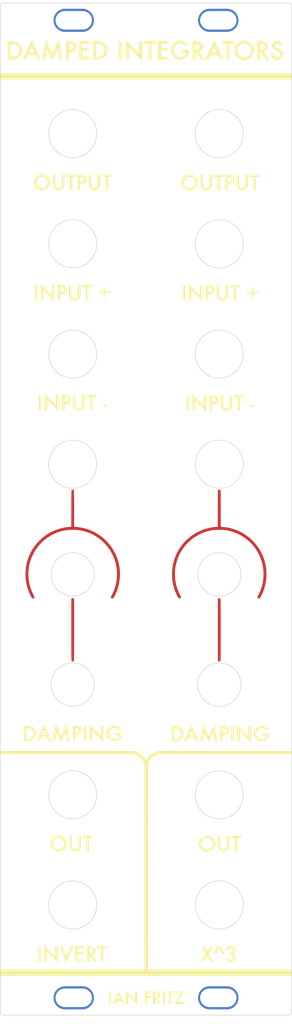
<source format=kicad_pcb>
(kicad_pcb (version 20211014) (generator pcbnew)
  (title_block (title "Damped Integrator and extras") (date "2022-05-21") (rev "r01"))
  (layers (0 "F.Cu" signal) (31 "B.Cu" signal) (36 "B.SilkS" user "B.Silkscreen") (37 "F.SilkS" user "F.Silkscreen") (38 "B.Mask" user) (39 "F.Mask" user) (44 "Edge.Cuts" user))
  (net 0 "")
  (footprint "4u-damped-integrators-panel:damped-integrators-graphics" (layer "F.Cu") (at 100 110)
    (fp_text reference "Ref**" hide)
    (fp_text value "Val**" hide)
    (fp_line (start -14.6785 -42.1908) (end -15.022 -42.4004) (layer "Edge.Cuts") (width 0.1))
    (fp_line (start 16.3593 -62.9216) (end 16.1497 -62.5781) (layer "Edge.Cuts") (width 0.1))
    (fp_line (start 11.9482 34.023) (end 11.59 33.93) (layer "Edge.Cuts") (width 0.1))
    (fp_line (start -16.84342 -26.3768) (end -16.86509 -26.8001) (layer "Edge.Cuts") (width 0.1))
    (fp_line (start -9.7606 71.389) (end -10.057 71.659) (layer "Edge.Cuts") (width 0.1))
    (fp_line (start -12.2767 -69.0432) (end -11.865 -68.9796) (layer "Edge.Cuts") (width 0.1))
    (fp_line (start 10.057 -42.6411) (end 9.7606 -42.9107) (layer "Edge.Cuts") (width 0.1))
    (fp_line (start 9.8108 8.9204) (end 10.0536 8.6535) (layer "Edge.Cuts") (width 0.1))
    (fp_line (start -14.3148 -30.6354) (end -13.9329 -30.7763) (layer "Edge.Cuts") (width 0.1))
    (fp_line (start 15.3464 8.6535) (end 15.5891 8.9204) (layer "Edge.Cuts") (width 0.1))
    (fp_line (start -14.4813 8.0054) (end -14.1538 7.8466) (layer "Edge.Cuts") (width 0.1))
    (fp_line (start 16.1497 -10.0719) (end 16.3593 -9.7284) (layer "Edge.Cuts") (width 0.1))
    (fp_line (start -14.3148 -49.6854) (end -13.9329 -49.8263) (layer "Edge.Cuts") (width 0.1))
    (fp_line (start 16.6765 48.167) (end 16.7798 48.565) (layer "Edge.Cuts") (width 0.1))
    (fp_line (start 14.6785 -4.0908) (end 14.3147 -3.9145) (layer "Edge.Cuts") (width 0.1))
    (fp_line (start 15.9945 28.569) (end 16.1533 28.896) (layer "Edge.Cuts") (width 0.1))
    (fp_line (start -8.6202 -45.0151) (end -8.7235 -44.6172) (layer "Edge.Cuts") (width 0.1))
    (fp_line (start -13.535 -68.9796) (end -13.1233 -69.0432) (layer "Edge.Cuts") (width 0.1))
    (fp_line (start 10.0536 32.997) (end 9.8108 32.73) (layer "Edge.Cuts") (width 0.1))
    (fp_line (start 8.9696 10.9188) (end 9.0268 10.5482) (layer "Edge.Cuts") (width 0.1))
    (fp_line (start 16.3593 51.378) (end 16.1497 51.722) (layer "Edge.Cuts") (width 0.1))
    (fp_line (start -13.9329 53.376) (end -14.3148 53.236) (layer "Edge.Cuts") (width 0.1))
    (fp_line (start 16.7798 -6.9151) (end 16.6765 -6.5172) (layer "Edge.Cuts") (width 0.1))
    (fp_line (start -10.7215 -4.0908) (end -11.0853 -3.9145) (layer "Edge.Cuts") (width 0.1))
    (fp_line (start 8.8644 -66.5147) (end 9.0407 -66.8784) (layer "Edge.Cuts") (width 0.1))
    (fp_line (start 11.4671 -68.8763) (end 11.865 -68.9796) (layer "Edge.Cuts") (width 0.1))
    (fp_line (start -9.7606 -67.8392) (end -9.491 -67.5429) (layer "Edge.Cuts") (width 0.1))
    (fp_line (start -16.77984 -27.635) (end -16.67652 -28.0328) (layer "Edge.Cuts") (width 0.1))
    (fp_line (start 25.0287 87.414) (end 24.9438 87.46) (layer "Edge.Cuts") (width 0.1))
    (fp_line (start -9.2503 -62.5781) (end -9.491 -62.2571) (layer "Edge.Cuts") (width 0.1))
    (fp_line (start -16.43045 11.6811) (end -16.44996 11.2999) (layer "Edge.Cuts") (width 0.1))
    (fp_line (start 16.3593 -24.8216) (end 16.1497 -24.4781) (layer "Edge.Cuts") (width 0.1))
    (fp_line (start 8.8644 -47.4647) (end 9.0407 -47.8284) (layer "Edge.Cuts") (width 0.1))
    (fp_line (start 24.7499 87.5) (end -24.749938 87.5) (layer "Edge.Cuts") (width 0.1))
    (fp_line (start 12.7 -50.0149) (end 13.1233 -49.9932) (layer "Edge.Cuts") (width 0.1))
    (fp_line (start -11.0853 -3.9145) (end -11.4672 -3.7736) (layer "Edge.Cuts") (width 0.1))
    (fp_line (start 15.909 -10.3929) (end 16.1497 -10.0719) (layer "Edge.Cuts") (width 0.1))
    (fp_line (start 8.6202 67.615) (end 8.7235 67.217) (layer "Edge.Cuts") (width 0.1))
    (fp_line (start -15.34301 52.609) (end -15.63941 52.339) (layer "Edge.Cuts") (width 0.1))
    (fp_line (start -16.35929 -24.8216) (end -16.53562 -25.1853) (layer "Edge.Cuts") (width 0.1))
    (fp_line (start 15.022 -68.3495) (end 15.343 -68.1089) (layer "Edge.Cuts") (width 0.1))
    (fp_line (start -15.34641 27.704) (end -15.0796 27.461) (layer "Edge.Cuts") (width 0.1))
    (fp_line (start 9.0268 10.5482) (end 9.1198 10.19) (layer "Edge.Cuts") (width 0.1))
    (fp_line (start -8.6202 48.565) (end -8.5566 48.977) (layer "Edge.Cuts") (width 0.1))
    (fp_line (start -8.8644 -66.5147) (end -8.7235 -66.1328) (layer "Edge.Cuts") (width 0.1))
    (fp_line (start -11.0853 -11.5854) (end -10.7215 -11.4091) (layer "Edge.Cuts") (width 0.1))
    (fp_line (start -10.7215 -61.2408) (end -11.0853 -61.0645) (layer "Edge.Cuts") (width 0.1))
    (fp_line (start 16.5356 51.015) (end 16.3593 51.378) (layer "Edge.Cuts") (width 0.1))
    (fp_line (start 11.0852 45.565) (end 11.4671 45.424) (layer "Edge.Cuts") (width 0.1))
    (fp_line (start -11.865 64.37) (end -11.4672 64.474) (layer "Edge.Cuts") (width 0.1))
    (fp_line (start 16.1497 -5.4281) (end 15.909 -5.1071) (layer "Edge.Cuts") (width 0.1))
    (fp_line (start -16.77984 69.285) (end -16.84342 68.873) (layer "Edge.Cuts") (width 0.1))
    (fp_line (start -15.022 -49.2995) (end -14.6785 -49.5091) (layer "Edge.Cuts") (width 0.1))
    (fp_line (start 9.5941 13.391) (end 9.4054 13.081) (layer "Edge.Cuts") (width 0.1))
    (fp_line (start 25.2397 -87.1002) (end 25.25 -86.999938) (layer "Edge.Cuts") (width 0.1))
    (fp_line (start -16.77984 -25.9651) (end -16.84342 -26.3768) (layer "Edge.Cuts") (width 0.1))
    (fp_line (start 13.9328 -68.8763) (end 14.3147 -68.7354) (layer "Edge.Cuts") (width 0.1))
    (fp_line (start 8.9696 30.731) (end 8.95 30.35) (layer "Edge.Cuts") (width 0.1))
    (fp_line (start 12.2767 -69.0432) (end 12.7 -69.0649) (layer "Edge.Cuts") (width 0.1))
    (fp_line (start 25.25 -86.999938) (end 25.25 87) (layer "Edge.Cuts") (width 0.1))
    (fp_line (start 9.491 -29.4429) (end 9.7606 -29.7392) (layer "Edge.Cuts") (width 0.1))
    (fp_line (start -11.4672 -30.7763) (end -11.0853 -30.6354) (layer "Edge.Cuts") (width 0.1))
    (fp_line (start 16.1497 -29.1219) (end 16.3593 -28.7784) (layer "Edge.Cuts") (width 0.1))
    (fp_line (start -8.6202 67.615) (end -8.5566 68.027) (layer "Edge.Cuts") (width 0.1))
    (fp_line (start 16.8434 68.873) (end 16.7798 69.285) (layer "Edge.Cuts") (width 0.1))
    (fp_line (start 16.1497 70.772) (end 15.909 71.093) (layer "Edge.Cuts") (width 0.1))
    (fp_line (start 11.865 -41.7703) (end 11.4671 -41.8736) (layer "Edge.Cuts") (width 0.1))
    (fp_line (start -9.4055 13.081) (end -9.5942 13.391) (layer "Edge.Cuts") (width 0.1))
    (fp_line (start 16.7798 -45.0151) (end 16.6765 -44.6172) (layer "Edge.Cuts") (width 0.1))
    (fp_line (start 15.6394 46.461) (end 15.909 46.757) (layer "Edge.Cuts") (width 0.1))
    (fp_line (start 16.8434 -45.4268) (end 16.7798 -45.0151) (layer "Edge.Cuts") (width 0.1))
    (fp_line (start -11.0853 -42.0145) (end -11.4672 -41.8736) (layer "Edge.Cuts") (width 0.1))
    (fp_line (start 9.2503 -5.4281) (end 9.0407 -5.7716) (layer "Edge.Cuts") (width 0.1))
    (fp_line (start 8.7235 -47.0828) (end 8.8644 -47.4647) (layer "Edge.Cuts") (width 0.1))
    (fp_line (start 15.8058 9.2094) (end 15.9945 9.5186) (layer "Edge.Cuts") (width 0.1))
    (fp_line (start -8.7235 -63.6672) (end -8.8644 -63.2853) (layer "Edge.Cuts") (width 0.1))
    (fp_line (start 10.7215 72.109) (end 10.378 71.9) (layer "Edge.Cuts") (width 0.1))
    (fp_line (start -16.3732 10.5482) (end -16.28018 10.19) (layer "Edge.Cuts") (width 0.1))
    (fp_line (start -11.4672 -60.9236) (end -11.865 -60.8203) (layer "Edge.Cuts") (width 0.1))
    (fp_line (start -8.7235 -8.9828) (end -8.6202 -8.585) (layer "Edge.Cuts") (width 0.1))
    (fp_line (start -12.2767 -11.8932) (end -11.865 -11.8296) (layer "Edge.Cuts") (width 0.1))
    (fp_line (start 14.4813 33.645) (end 14.1538 33.803) (layer "Edge.Cuts") (width 0.1))
    (fp_line (start 13.1233 -30.9432) (end 13.535 -30.8796) (layer "Edge.Cuts") (width 0.1))
    (fp_line (start 8.5349 49.4) (end 8.5349 49.4) (layer "Edge.Cuts") (width 0.1))
    (fp_line (start -10.7215 -49.5091) (end -10.378 -49.2995) (layer "Edge.Cuts") (width 0.1))
    (fp_line (start -13.535 64.37) (end -13.1233 64.307) (layer "Edge.Cuts") (width 0.1))
    (fp_line (start -13.535 -3.6703) (end -13.9329 -3.7736) (layer "Edge.Cuts") (width 0.1))
    (fp_line (start 16.7798 -65.735) (end 16.8434 -65.3234) (layer "Edge.Cuts") (width 0.1))
    (fp_line (start -16.14971 47.078) (end -15.90903 46.757) (layer "Edge.Cuts") (width 0.1))
    (fp_line (start 10.7215 45.741) (end 11.0852 45.565) (layer "Edge.Cuts") (width 0.1))
    (fp_line (start -11.4672 -49.8263) (end -11.0853 -49.6854) (layer "Edge.Cuts") (width 0.1))
    (fp_line (start -9.2467 31.804) (end -9.4055 32.131) (layer "Edge.Cuts") (width 0.1))
    (fp_line (start 9.8108 32.73) (end 9.5941 32.441) (layer "Edge.Cuts") (width 0.1))
    (fp_line (start 9.2503 51.722) (end 9.0407 51.378) (layer "Edge.Cuts") (width 0.1))
    (fp_line (start 10.7215 -61.2408) (end 10.378 -61.4504) (layer "Edge.Cuts") (width 0.1))
    (fp_line (start 15.909 46.757) (end 16.1497 47.078) (layer "Edge.Cuts") (width 0.1))
    (fp_line (start -8.6202 -65.735) (end -8.5566 -65.3234) (layer "Edge.Cuts") (width 0.1))
    (fp_line (start -8.7235 48.167) (end -8.6202 48.565) (layer "Edge.Cuts") (width 0.1))
    (fp_line (start 9.491 -5.1071) (end 9.2503 -5.4281) (layer "Edge.Cuts") (width 0.1))
    (fp_line (start 16.1497 -48.1719) (end 16.3593 -47.8284) (layer "Edge.Cuts") (width 0.1))
    (fp_line (start 14.6785 -49.5091) (end 15.022 -49.2995) (layer "Edge.Cuts") (width 0.1))
    (fp_line (start -9.7606 -29.7392) (end -9.491 -29.4429) (layer "Edge.Cuts") (width 0.1))
    (fp_line (start 9.5941 28.259) (end 9.8108 27.97) (layer "Edge.Cuts") (width 0.1))
    (fp_line (start 10.6095 8.1941) (end 10.9187 8.0054) (layer "Edge.Cuts") (width 0.1))
    (fp_line (start 8.5349 -7.7501) (end 8.5566 -8.1734) (layer "Edge.Cuts") (width 0.1))
    (fp_line (start 24.8502 -87.489767) (end 24.9438 -87.460449) (layer "Edge.Cuts") (width 0.1))
    (fp_line (start -15.34301 -68.1089) (end -15.022 -68.3495) (layer "Edge.Cuts") (width 0.1))
    (fp_line (start -16.28018 10.19) (end -16.15331 9.8461) (layer "Edge.Cuts") (width 0.1))
    (fp_line (start -14.3148 72.286) (end -14.6785 72.109) (layer "Edge.Cuts") (width 0.1))
    (fp_line (start -16.35929 -28.7784) (end -16.14971 -29.1219) (layer "Edge.Cuts") (width 0.1))
    (fp_line (start -13.9329 -60.9236) (end -14.3148 -61.0645) (layer "Edge.Cuts") (width 0.1))
    (fp_line (start 16.3593 -43.8716) (end 16.1497 -43.5281) (layer "Edge.Cuts") (width 0.1))
    (fp_line (start -16.67652 67.217) (end -16.53562 66.835) (layer "Edge.Cuts") (width 0.1))
    (fp_line (start -10.3205 27.461) (end -10.0536 27.704) (layer "Edge.Cuts") (width 0.1))
    (fp_line (start -11.4672 -41.8736) (end -11.865 -41.7703) (layer "Edge.Cuts") (width 0.1))
    (fp_line (start 11.4671 -3.7736) (end 11.0852 -3.9145) (layer "Edge.Cuts") (width 0.1))
    (fp_line (start -14.6785 -30.4591) (end -14.3148 -30.6354) (layer "Edge.Cuts") (width 0.1))
    (fp_line (start -8.7235 50.633) (end -8.8644 51.015) (layer "Edge.Cuts") (width 0.1))
    (fp_line (start 15.343 46.191) (end 15.6394 46.461) (layer "Edge.Cuts") (width 0.1))
    (fp_line (start 13.9328 -49.8263) (end 14.3147 -49.6854) (layer "Edge.Cuts") (width 0.1))
    (fp_line (start -13.1233 72.593) (end -13.535 72.53) (layer "Edge.Cuts") (width 0.1))
    (fp_line (start -10.057 46.191) (end -9.7606 46.461) (layer "Edge.Cuts") (width 0.1))
    (fp_line (start -12.7 15.05) (end -13.0811 15.031) (layer "Edge.Cuts") (width 0.1))
    (fp_line (start -10.0536 13.947) (end -10.3205 14.189) (layer "Edge.Cuts") (width 0.1))
    (fp_line (start -10.057 -10.9589) (end -9.7606 -10.6892) (layer "Edge.Cuts") (width 0.1))
    (fp_line (start -16.86509 -7.7501) (end -16.84342 -8.1734) (layer "Edge.Cuts") (width 0.1))
    (fp_line (start -11.0853 53.236) (end -11.4672 53.376) (layer "Edge.Cuts") (width 0.1))
    (fp_line (start 8.95 30.35) (end 8.9696 29.969) (layer "Edge.Cuts") (width 0.1))
    (fp_line (start 13.8099 7.7198) (end 14.1538 7.8466) (layer "Edge.Cuts") (width 0.1))
    (fp_line (start -16.86509 68.45) (end -16.84342 68.027) (layer "Edge.Cuts") (width 0.1))
    (fp_line (start -15.34641 13.947) (end -15.58917 13.68) (layer "Edge.Cuts") (width 0.1))
    (fp_line (start 11.9482 26.677) (end 12.3189 26.619) (layer "Edge.Cuts") (width 0.1))
    (fp_line (start 13.9328 -3.7736) (end 13.535 -3.6703) (layer "Edge.Cuts") (width 0.1))
    (fp_line (start 11.4671 72.426) (end 11.0852 72.286) (layer "Edge.Cuts") (width 0.1))
    (fp_line (start -9.491 -29.4429) (end -9.2503 -29.1219) (layer "Edge.Cuts") (width 0.1))
    (fp_line (start 14.3147 64.615) (end 14.6785 64.791) (layer "Edge.Cuts") (width 0.1))
    (fp_line (start 10.057 -23.5911) (end 9.7606 -23.8607) (layer "Edge.Cuts") (width 0.1))
    (fp_line (start -15.58917 27.97) (end -15.34641 27.704) (layer "Edge.Cuts") (width 0.1))
    (fp_line (start 12.7 -69.0649) (end 13.1233 -69.0432) (layer "Edge.Cuts") (width 0.1))
    (fp_line (start -25.25 87) (end -25.25 -86.999938) (layer "Edge.Cuts") (width 0.1))
    (fp_line (start -14.6785 -4.0908) (end -15.022 -4.3004) (layer "Edge.Cuts") (width 0.1))
    (fp_line (start -9.0407 51.378) (end -9.2503 51.722) (layer "Edge.Cuts") (width 0.1))
    (fp_line (start 8.8644 66.835) (end 9.0407 66.472) (layer "Edge.Cuts") (width 0.1))
    (fp_line (start -11.0853 64.615) (end -10.7215 64.791) (layer "Edge.Cuts") (width 0.1))
    (fp_line (start 16.5356 -9.3647) (end 16.6765 -8.9828) (layer "Edge.Cuts") (width 0.1))
    (fp_line (start 8.5349 68.45) (end 8.5566 68.027) (layer "Edge.Cuts") (width 0.1))
    (fp_line (start 14.1538 7.8466) (end 14.4813 8.0054) (layer "Edge.Cuts") (width 0.1))
    (fp_line (start -16.3732 29.598) (end -16.28018 29.24) (layer "Edge.Cuts") (width 0.1))
    (fp_line (start 15.3464 32.997) (end 15.0795 33.239) (layer "Edge.Cuts") (width 0.1))
    (fp_line (start -9.5942 32.441) (end -9.8109 32.73) (layer "Edge.Cuts") (width 0.1))
    (fp_line (start -15.90903 -48.4929) (end -15.63941 -48.7892) (layer "Edge.Cuts") (width 0.1))
    (fp_line (start 8.7235 67.217) (end 8.8644 66.835) (layer "Edge.Cuts") (width 0.1))
    (fp_line (start -13.1233 -41.7067) (end -13.535 -41.7703) (layer "Edge.Cuts") (width 0.1))
    (fp_line (start -11.0853 -30.6354) (end -10.7215 -30.4591) (layer "Edge.Cuts") (width 0.1))
    (fp_line (start -16.15331 28.896) (end -15.99456 28.569) (layer "Edge.Cuts") (width 0.1))
    (fp_line (start -15.90903 46.757) (end -15.63941 46.461) (layer "Edge.Cuts") (width 0.1))
    (fp_line (start 9.7606 -67.8392) (end 10.057 -68.1089) (layer "Edge.Cuts") (width 0.1))
    (fp_line (start 10.3204 27.461) (end 10.6095 27.244) (layer "Edge.Cuts") (width 0.1))
    (fp_line (start 9.0407 -43.8716) (end 8.8644 -44.2353) (layer "Edge.Cuts") (width 0.1))
    (fp_line (start -16.35929 -66.8784) (end -16.14971 -67.2219) (layer "Edge.Cuts") (width 0.1))
    (fp_line (start -15.58917 13.68) (end -15.80586 13.391) (layer "Edge.Cuts") (width 0.1))
    (fp_line (start -10.057 -68.1089) (end -9.7606 -67.8392) (layer "Edge.Cuts") (width 0.1))
    (fp_line (start -9.7606 -61.9607) (end -10.057 -61.6911) (layer "Edge.Cuts") (width 0.1))
    (fp_line (start -9.1199 12.41) (end -9.2467 12.754) (layer "Edge.Cuts") (width 0.1))
    (fp_line (start 12.3189 7.5695) (end 12.7 7.55) (layer "Edge.Cuts") (width 0.1))
    (fp_line (start -16.53562 -28.4147) (end -16.35929 -28.7784) (layer "Edge.Cuts") (width 0.1))
    (fp_line (start -13.1233 -11.8932) (end -12.7 -11.9149) (layer "Edge.Cuts") (width 0.1))
    (fp_line (start -14.1538 7.8466) (end -13.81 7.7198) (layer "Edge.Cuts") (width 0.1))
    (fp_line (start -8.5566 49.823) (end -8.6202 50.235) (layer "Edge.Cuts") (width 0.1))
    (fp_line (start 16.7798 67.615) (end 16.8434 68.027) (layer "Edge.Cuts") (width 0.1))
    (fp_line (start -15.34301 -10.9589) (end -15.022 -11.1995) (layer "Edge.Cuts") (width 0.1))
    (fp_line (start -10.057 -30.0089) (end -9.7606 -29.7392) (layer "Edge.Cuts") (width 0.1))
    (fp_line (start 15.022 71.9) (end 14.6785 72.109) (layer "Edge.Cuts") (width 0.1))
    (fp_line (start -12.7 -30.9649) (end -12.2767 -30.9432) (layer "Edge.Cuts") (width 0.1))
    (fp_line (start 16.8651 68.45) (end 16.8434 68.873) (layer "Edge.Cuts") (width 0.1))
    (fp_line (start 13.1233 -11.8932) (end 13.535 -11.8296) (layer "Edge.Cuts") (width 0.1))
    (fp_line (start 13.535 45.32) (end 13.9328 45.424) (layer "Edge.Cuts") (width 0.1))
    (fp_line (start -10.057 52.609) (end -10.378 52.85) (layer "Edge.Cuts") (width 0.1))
    (fp_line (start -11.4672 -11.7263) (end -11.0853 -11.5854) (layer "Edge.Cuts") (width 0.1))
    (fp_line (start -9.4055 28.569) (end -9.2467 28.896) (layer "Edge.Cuts") (width 0.1))
    (fp_line (start -10.378 65) (end -10.057 65.241) (layer "Edge.Cuts") (width 0.1))
    (fp_line (start -16.28018 29.24) (end -16.15331 28.896) (layer "Edge.Cuts") (width 0.1))
    (fp_line (start 9.7606 52.339) (end 9.491 52.043) (layer "Edge.Cuts") (width 0.1))
    (fp_line (start 9.0407 -28.7784) (end 9.2503 -29.1219) (layer "Edge.Cuts") (width 0.1))
    (fp_line (start 9.2467 28.896) (end 9.4054 28.569) (layer "Edge.Cuts") (width 0.1))
    (fp_line (start 16.3593 -5.7716) (end 16.1497 -5.4281) (layer "Edge.Cuts") (width 0.1))
    (fp_line (start -9.0407 -66.8784) (end -8.8644 -66.5147) (layer "Edge.Cuts") (width 0.1))
    (fp_line (start -8.5349 68.45) (end -8.5566 68.873) (layer "Edge.Cuts") (width 0.1))
    (fp_line (start 8.6202 -25.9651) (end 8.5566 -26.3768) (layer "Edge.Cuts") (width 0.1))
    (fp_line (start 14.6785 53.059) (end 14.3147 53.236) (layer "Edge.Cuts") (width 0.1))
    (fp_line (start -16.86509 -64.9001) (end -16.86509 -64.9001) (layer "Edge.Cuts") (width 0.1))
    (fp_line (start 10.378 -42.4004) (end 10.057 -42.6411) (layer "Edge.Cuts") (width 0.1))
    (fp_line (start 24.8502 87.49) (end 24.7499 87.5) (layer "Edge.Cuts") (width 0.1))
    (fp_line (start -15.90903 52.043) (end -16.14971 51.722) (layer "Edge.Cuts") (width 0.1))
    (fp_line (start -9.2503 -43.5281) (end -9.491 -43.2071) (layer "Edge.Cuts") (width 0.1))
    (fp_line (start -9.7606 -10.6892) (end -9.491 -10.3929) (layer "Edge.Cuts") (width 0.1))
    (fp_line (start 8.5566 -27.2234) (end 8.6202 -27.635) (layer "Edge.Cuts") (width 0.1))
    (fp_line (start -13.1233 -22.6567) (end -13.535 -22.7203) (layer "Edge.Cuts") (width 0.1))
    (fp_line (start -13.535 -22.7203) (end -13.9329 -22.8236) (layer "Edge.Cuts") (width 0.1))
    (fp_line (start -8.5566 48.977) (end -8.5349 49.4) (layer "Edge.Cuts") (width 0.1))
    (fp_line (start -9.2467 9.8461) (end -9.1199 10.19) (layer "Edge.Cuts") (width 0.1))
    (fp_line (start 9.491 71.093) (end 9.2503 70.772) (layer "Edge.Cuts") (width 0.1))
    (fp_line (start 25.2104 -87.193823) (end 25.2397 -87.1002) (layer "Edge.Cuts") (width 0.1))
    (fp_line (start 12.3189 15.031) (end 11.9482 14.973) (layer "Edge.Cuts") (width 0.1))
    (fp_line (start 14.6785 -11.4091) (end 15.022 -11.1995) (layer "Edge.Cuts") (width 0.1))
    (fp_line (start -16.14971 -67.2219) (end -15.90903 -67.5429) (layer "Edge.Cuts") (width 0.1))
    (fp_line (start -11.0853 -22.9645) (end -11.4672 -22.8236) (layer "Edge.Cuts") (width 0.1))
    (fp_line (start -15.34301 -30.0089) (end -15.022 -30.2495) (layer "Edge.Cuts") (width 0.1))
    (fp_line (start -15.63941 -67.8392) (end -15.34301 -68.1089) (layer "Edge.Cuts") (width 0.1))
    (fp_line (start -9.491 -67.5429) (end -9.2503 -67.2219) (layer "Edge.Cuts") (width 0.1))
    (fp_line (start 11.4671 45.424) (end 11.865 45.32) (layer "Edge.Cuts") (width 0.1))
    (fp_line (start -15.34641 8.6535) (end -15.0796 8.4108) (layer "Edge.Cuts") (width 0.1))
    (fp_line (start -9.491 46.757) (end -9.2503 47.078) (layer "Edge.Cuts") (width 0.1))
    (fp_line (start -15.022 -23.3504) (end -15.34301 -23.5911) (layer "Edge.Cuts") (width 0.1))
    (fp_line (start -25.102859 -87.352859) (end -25.028734 -87.414121) (layer "Edge.Cuts") (width 0.1))
    (fp_line (start -16.84342 -64.4768) (end -16.86509 -64.9001) (layer "Edge.Cuts") (width 0.1))
    (fp_line (start 11.4671 -11.7263) (end 11.865 -11.8296) (layer "Edge.Cuts") (width 0.1))
    (fp_line (start -16.77984 -6.9151) (end -16.84342 -7.3268) (layer "Edge.Cuts") (width 0.1))
    (fp_line (start 12.2767 53.543) (end 11.865 53.48) (layer "Edge.Cuts") (width 0.1))
    (fp_line (start 15.022 45.95) (end 15.343 46.191) (layer "Edge.Cuts") (width 0.1))
    (fp_line (start 15.909 -24.1571) (end 15.6394 -23.8607) (layer "Edge.Cuts") (width 0.1))
    (fp_line (start 16.5356 -47.4647) (end 16.6765 -47.0828) (layer "Edge.Cuts") (width 0.1))
    (fp_line (start -9.4055 9.5186) (end -9.2467 9.8461) (layer "Edge.Cuts") (width 0.1))
    (fp_line (start 11.865 -3.6703) (end 11.4671 -3.7736) (layer "Edge.Cuts") (width 0.1))
    (fp_line (start -12.7 -11.9149) (end -12.2767 -11.8932) (layer "Edge.Cuts") (width 0.1))
    (fp_line (start -16.35929 -5.7716) (end -16.53562 -6.1353) (layer "Edge.Cuts") (width 0.1))
    (fp_line (start 10.378 52.85) (end 10.057 52.609) (layer "Edge.Cuts") (width 0.1))
    (fp_line (start 10.7215 64.791) (end 11.0852 64.615) (layer "Edge.Cuts") (width 0.1))
    (fp_line (start 16.4304 11.6811) (end 16.3732 12.0518) (layer "Edge.Cuts") (width 0.1))
    (fp_line (start -10.057 -23.5911) (end -10.378 -23.3504) (layer "Edge.Cuts") (width 0.1))
    (fp_line (start 15.6394 -4.8107) (end 15.343 -4.5411) (layer "Edge.Cuts") (width 0.1))
    (fp_line (start 16.1533 12.754) (end 15.9945 13.081) (layer "Edge.Cuts") (width 0.1))
    (fp_line (start -8.7235 -25.5672) (end -8.8644 -25.1853) (layer "Edge.Cuts") (width 0.1))
    (fp_line (start -8.5349 -26.8001) (end -8.5566 -26.3768) (layer "Edge.Cuts") (width 0.1))
    (fp_line (start -8.5349 -64.9001) (end -8.5566 -64.4768) (layer "Edge.Cuts") (width 0.1))
    (fp_line (start 8.8644 -6.1353) (end 8.7235 -6.5172) (layer "Edge.Cuts") (width 0.1))
    (fp_line (start 15.909 -5.1071) (end 15.6394 -4.8107) (layer "Edge.Cuts") (width 0.1))
    (fp_line (start 14.6785 -42.1908) (end 14.3147 -42.0145) (layer "Edge.Cuts") (width 0.1))
    (fp_line (start 25.1028 87.353) (end 25.0287 87.414) (layer "Edge.Cuts") (width 0.1))
    (fp_line (start 16.7798 -27.635) (end 16.8434 -27.2234) (layer "Edge.Cuts") (width 0.1))
    (fp_line (start 16.3593 -28.7784) (end 16.5356 -28.4147) (layer "Edge.Cuts") (width 0.1))
    (fp_line (start 14.6785 -61.2408) (end 14.3147 -61.0645) (layer "Edge.Cuts") (width 0.1))
    (fp_line (start -15.80586 9.2094) (end -15.58917 8.9204) (layer "Edge.Cuts") (width 0.1))
    (fp_line (start -11.9483 14.973) (end -12.3189 15.031) (layer "Edge.Cuts") (width 0.1))
    (fp_line (start 11.4671 -41.8736) (end 11.0852 -42.0145) (layer "Edge.Cuts") (width 0.1))
    (fp_line (start 9.7606 65.511) (end 10.057 65.241) (layer "Edge.Cuts") (width 0.1))
    (fp_line (start -13.535 -60.8203) (end -13.9329 -60.9236) (layer "Edge.Cuts") (width 0.1))
    (fp_line (start 9.2503 70.772) (end 9.0407 70.428) (layer "Edge.Cuts") (width 0.1))
    (fp_line (start -16.77984 -8.585) (end -16.67652 -8.9828) (layer "Edge.Cuts") (width 0.1))
    (fp_line (start 13.9328 -41.8736) (end 13.535 -41.7703) (layer "Edge.Cuts") (width 0.1))
    (fp_line (start 16.6765 -25.5672) (end 16.5356 -25.1853) (layer "Edge.Cuts") (width 0.1))
    (fp_line (start -14.1538 14.753) (end -14.4813 14.595) (layer "Edge.Cuts") (width 0.1))
    (fp_line (start 16.3732 12.0518) (end 16.2801 12.41) (layer "Edge.Cuts") (width 0.1))
    (fp_line (start -12.2767 53.543) (end -12.7 53.565) (layer "Edge.Cuts") (width 0.1))
    (fp_line (start -9.7606 -4.8107) (end -10.057 -4.5411) (layer "Edge.Cuts") (width 0.1))
    (fp_line (start 16.7798 -46.685) (end 16.8434 -46.2734) (layer "Edge.Cuts") (width 0.1))
    (fp_line (start 11.2462 7.8466) (end 11.59 7.7198) (layer "Edge.Cuts") (width 0.1))
    (fp_line (start -24.943823 87.46) (end -25.028734 87.414) (layer "Edge.Cuts") (width 0.1))
    (fp_line (start -16.53562 70.065) (end -16.67652 69.683) (layer "Edge.Cuts") (width 0.1))
    (fp_line (start 16.8651 49.4) (end 16.8434 49.823) (layer "Edge.Cuts") (width 0.1))
    (fp_line (start -9.8109 8.9204) (end -9.5942 9.2094) (layer "Edge.Cuts") (width 0.1))
    (fp_line (start -13.1233 -30.9432) (end -12.7 -30.9649) (layer "Edge.Cuts") (width 0.1))
    (fp_line (start -8.7235 -6.5172) (end -8.8644 -6.1353) (layer "Edge.Cuts") (width 0.1))
    (fp_line (start -9.491 71.093) (end -9.7606 71.389) (layer "Edge.Cuts") (width 0.1))
    (fp_line (start 16.3732 31.102) (end 16.2801 31.46) (layer "Edge.Cuts") (width 0.1))
    (fp_line (start 11.865 -60.8203) (end 11.4671 -60.9236) (layer "Edge.Cuts") (width 0.1))
    (fp_line (start 12.2767 -41.7067) (end 11.865 -41.7703) (layer "Edge.Cuts") (width 0.1))
    (fp_line (start 14.3147 -30.6354) (end 14.6785 -30.4591) (layer "Edge.Cuts") (width 0.1))
    (fp_line (start 11.0852 53.236) (end 10.7215 53.059) (layer "Edge.Cuts") (width 0.1))
    (fp_line (start 9.4054 28.569) (end 9.5941 28.259) (layer "Edge.Cuts") (width 0.1))
    (fp_line (start 14.6785 72.109) (end 14.3147 72.286) (layer "Edge.Cuts") (width 0.1))
    (fp_line (start 15.343 -61.6911) (end 15.022 -61.4504) (layer "Edge.Cuts") (width 0.1))
    (fp_line (start -13.535 -11.8296) (end -13.1233 -11.8932) (layer "Edge.Cuts") (width 0.1))
    (fp_line (start -11.865 -49.9296) (end -11.4672 -49.8263) (layer "Edge.Cuts") (width 0.1))
    (fp_line (start 11.865 -49.9296) (end 12.2767 -49.9932) (layer "Edge.Cuts") (width 0.1))
    (fp_line (start 25.1641 -87.278734) (end 25.2104 -87.193823) (layer "Edge.Cuts") (width 0.1))
    (fp_line (start -8.5566 -64.4768) (end -8.6202 -64.0651) (layer "Edge.Cuts") (width 0.1))
    (fp_line (start -13.1233 -3.6067) (end -13.535 -3.6703) (layer "Edge.Cuts") (width 0.1))
    (fp_line (start -16.86509 -7.7501) (end -16.86509 -7.7501) (layer "Edge.Cuts") (width 0.1))
    (fp_line (start 16.2801 29.24) (end 16.3732 29.598) (layer "Edge.Cuts") (width 0.1))
    (fp_line (start -8.5566 -8.1734) (end -8.5349 -7.7501) (layer "Edge.Cuts") (width 0.1))
    (fp_line (start -14.6785 53.059) (end -15.022 52.85) (layer "Edge.Cuts") (width 0.1))
    (fp_line (start -12.7 45.235) (end -12.2767 45.257) (layer "Edge.Cuts") (width 0.1))
    (fp_line (start -10.0536 27.704) (end -9.8109 27.97) (layer "Edge.Cuts") (width 0.1))
    (fp_line (start 9.2503 47.078) (end 9.491 46.757) (layer "Edge.Cuts") (width 0.1))
    (fp_line (start -8.8644 -44.2353) (end -9.0407 -43.8716) (layer "Edge.Cuts") (width 0.1))
    (fp_line (start -16.67652 50.633) (end -16.77984 50.235) (layer "Edge.Cuts") (width 0.1))
    (fp_line (start 15.6394 65.511) (end 15.909 65.807) (layer "Edge.Cuts") (width 0.1))
    (fp_line (start -8.5349 -7.7501) (end -8.5566 -7.3268) (layer "Edge.Cuts") (width 0.1))
    (fp_line (start -16.53562 -6.1353) (end -16.67652 -6.5172) (layer "Edge.Cuts") (width 0.1))
    (fp_line (start 16.4304 30.731) (end 16.3732 31.102) (layer "Edge.Cuts") (width 0.1))
    (fp_line (start -16.84342 48.977) (end -16.77984 48.565) (layer "Edge.Cuts") (width 0.1))
    (fp_line (start -9.2503 66.128) (end -9.0407 66.472) (layer "Edge.Cuts") (width 0.1))
    (fp_line (start -10.7215 -11.4091) (end -10.378 -11.1995) (layer "Edge.Cuts") (width 0.1))
    (fp_line (start 16.8651 -64.9001) (end 16.8434 -64.4768) (layer "Edge.Cuts") (width 0.1))
    (fp_line (start 9.491 -10.3929) (end 9.7606 -10.6892) (layer "Edge.Cuts") (width 0.1))
    (fp_line (start 10.057 46.191) (end 10.378 45.95) (layer "Edge.Cuts") (width 0.1))
    (fp_line (start -16.67652 -6.5172) (end -16.77984 -6.9151) (layer "Edge.Cuts") (width 0.1))
    (fp_line (start 15.0795 27.461) (end 15.3464 27.704) (layer "Edge.Cuts") (width 0.1))
    (fp_line (start 8.7235 -28.0328) (end 8.8644 -28.4147) (layer "Edge.Cuts") (width 0.1))
    (fp_line (start 15.909 -29.4429) (end 16.1497 -29.1219) (layer "Edge.Cuts") (width 0.1))
    (fp_line (start 11.865 45.32) (end 12.2767 45.257) (layer "Edge.Cuts") (width 0.1))
    (fp_line (start 11.4671 -22.8236) (end 11.0852 -22.9645) (layer "Edge.Cuts") (width 0.1))
    (fp_line (start -8.9696 11.6811) (end -9.0268 12.0518) (layer "Edge.Cuts") (width 0.1))
    (fp_line (start 16.1497 -43.5281) (end 15.909 -43.2071) (layer "Edge.Cuts") (width 0.1))
    (fp_line (start 15.909 -62.2571) (end 15.6394 -61.9607) (layer "Edge.Cuts") (width 0.1))
    (fp_line (start 14.3147 45.565) (end 14.6785 45.741) (layer "Edge.Cuts") (width 0.1))
    (fp_line (start 15.343 65.241) (end 15.6394 65.511) (layer "Edge.Cuts") (width 0.1))
    (fp_line (start -15.90903 -10.3929) (end -15.63941 -10.6892) (layer "Edge.Cuts") (width 0.1))
    (fp_line (start 10.057 -61.6911) (end 9.7606 -61.9607) (layer "Edge.Cuts") (width 0.1))
    (fp_line (start 8.8644 70.065) (end 8.7235 69.683) (layer "Edge.Cuts") (width 0.1))
    (fp_line (start 9.7606 -48.7892) (end 10.057 -49.0589) (layer "Edge.Cuts") (width 0.1))
    (fp_line (start 15.6394 -10.6892) (end 15.909 -10.3929) (layer "Edge.Cuts") (width 0.1))
    (fp_line (start -8.6202 -6.9151) (end -8.7235 -6.5172) (layer "Edge.Cuts") (width 0.1))
    (fp_line (start 10.378 71.9) (end 10.057 71.659) (layer "Edge.Cuts") (width 0.1))
    (fp_line (start -16.84342 -45.4268) (end -16.86509 -45.8501) (layer "Edge.Cuts") (width 0.1))
    (fp_line (start 11.865 -68.9796) (end 12.2767 -69.0432) (layer "Edge.Cuts") (width 0.1))
    (fp_line (start 10.7215 -68.5591) (end 11.0852 -68.7354) (layer "Edge.Cuts") (width 0.1))
    (fp_line (start -9.1199 10.19) (end -9.0268 10.5482) (layer "Edge.Cuts") (width 0.1))
    (fp_line (start 9.2503 -24.4781) (end 9.0407 -24.8216) (layer "Edge.Cuts") (width 0.1))
    (fp_line (start -14.3148 64.615) (end -13.9329 64.474) (layer "Edge.Cuts") (width 0.1))
    (fp_line (start -11.865 -60.8203) (end -12.2767 -60.7567) (layer "Edge.Cuts") (width 0.1))
    (fp_line (start 8.6202 48.565) (end 8.7235 48.167) (layer "Edge.Cuts") (width 0.1))
    (fp_line (start 16.1533 31.804) (end 15.9945 32.131) (layer "Edge.Cuts") (width 0.1))
    (fp_line (start 14.6785 -23.1408) (end 14.3147 -22.9645) (layer "Edge.Cuts") (width 0.1))
    (fp_line (start 8.6202 -65.735) (end 8.7235 -66.1328) (layer "Edge.Cuts") (width 0.1))
    (fp_line (start 10.057 71.659) (end 9.7606 71.389) (layer "Edge.Cuts") (width 0.1))
    (fp_line (start 10.6095 33.456) (end 10.3204 33.239) (layer "Edge.Cuts") (width 0.1))
    (fp_line (start -15.90903 65.807) (end -15.63941 65.511) (layer "Edge.Cuts") (width 0.1))
    (fp_line (start 8.95 11.2999) (end 8.95 11.2999) (layer "Edge.Cuts") (width 0.1))
    (fp_line (start 9.7606 -4.8107) (end 9.491 -5.1071) (layer "Edge.Cuts") (width 0.1))
    (fp_line (start -16.77984 48.565) (end -16.67652 48.167) (layer "Edge.Cuts") (width 0.1))
    (fp_line (start 10.057 52.609) (end 9.7606 52.339) (layer "Edge.Cuts") (width 0.1))
    (fp_line (start 13.8099 14.88) (end 13.4517 14.973) (layer "Edge.Cuts") (width 0.1))
    (fp_line (start 16.2801 31.46) (end 16.1533 31.804) (layer "Edge.Cuts") (width 0.1))
    (fp_line (start 13.4517 7.6267) (end 13.8099 7.7198) (layer "Edge.Cuts") (width 0.1))
    (fp_line (start -9.491 -43.2071) (end -9.7606 -42.9107) (layer "Edge.Cuts") (width 0.1))
    (fp_line (start -10.378 -68.3495) (end -10.057 -68.1089) (layer "Edge.Cuts") (width 0.1))
    (fp_line (start -8.6202 -8.585) (end -8.5566 -8.1734) (layer "Edge.Cuts") (width 0.1))
    (fp_line (start 8.5566 48.977) (end 8.6202 48.565) (layer "Edge.Cuts") (width 0.1))
    (fp_line (start 16.5356 -28.4147) (end 16.6765 -28.0328) (layer "Edge.Cuts") (width 0.1))
    (fp_line (start 12.7 64.285) (end 13.1233 64.307) (layer "Edge.Cuts") (width 0.1))
    (fp_line (start -16.28018 12.41) (end -16.3732 12.0518) (layer "Edge.Cuts") (width 0.1))
    (fp_line (start 8.5566 68.873) (end 8.5349 68.45) (layer "Edge.Cuts") (width 0.1))
    (fp_line (start 16.8434 -8.1734) (end 16.8651 -7.7501) (layer "Edge.Cuts") (width 0.1))
    (fp_line (start 16.3593 47.422) (end 16.5356 47.785) (layer "Edge.Cuts") (width 0.1))
    (fp_line (start -8.8644 -25.1853) (end -9.0407 -24.8216) (layer "Edge.Cuts") (width 0.1))
    (fp_line (start -10.378 -42.4004) (end -10.7215 -42.1908) (layer "Edge.Cuts") (width 0.1))
    (fp_line (start -13.1233 64.307) (end -12.7 64.285) (layer "Edge.Cuts") (width 0.1))
    (fp_line (start -9.2467 28.896) (end -9.1199 29.24) (layer "Edge.Cuts") (width 0.1))
    (fp_line (start 13.535 72.53) (end 13.1233 72.593) (layer "Edge.Cuts") (width 0.1))
    (fp_line (start -16.3732 31.102) (end -16.43045 30.731) (layer "Edge.Cuts") (width 0.1))
    (fp_line (start 15.6394 -61.9607) (end 15.343 -61.6911) (layer "Edge.Cuts") (width 0.1))
    (fp_line (start -10.6095 33.456) (end -10.9187 33.645) (layer "Edge.Cuts") (width 0.1))
    (fp_line (start -16.86509 49.4) (end -16.86509 49.4) (layer "Edge.Cuts") (width 0.1))
    (fp_line (start -16.53562 -9.3647) (end -16.35929 -9.7284) (layer "Edge.Cuts") (width 0.1))
    (fp_line (start 9.2503 -67.2219) (end 9.491 -67.5429) (layer "Edge.Cuts") (width 0.1))
    (fp_line (start 16.8651 -7.7501) (end 16.8434 -7.3268) (layer "Edge.Cuts") (width 0.1))
    (fp_line (start -9.491 -24.1571) (end -9.7606 -23.8607) (layer "Edge.Cuts") (width 0.1))
    (fp_line (start -9.2467 12.754) (end -9.4055 13.081) (layer "Edge.Cuts") (width 0.1))
    (fp_line (start -25.028734 87.414) (end -25.102859 87.353) (layer "Edge.Cuts") (width 0.1))
    (fp_line (start 16.3593 -47.8284) (end 16.5356 -47.4647) (layer "Edge.Cuts") (width 0.1))
    (fp_line (start 8.8644 -63.2853) (end 8.7235 -63.6672) (layer "Edge.Cuts") (width 0.1))
    (fp_line (start -11.4672 72.426) (end -11.865 72.53) (layer "Edge.Cuts") (width 0.1))
    (fp_line (start 8.5349 68.45) (end 8.5349 68.45) (layer "Edge.Cuts") (width 0.1))
    (fp_line (start 13.9328 45.424) (end 14.3147 45.565) (layer "Edge.Cuts") (width 0.1))
    (fp_line (start -16.14971 -5.4281) (end -16.35929 -5.7716) (layer "Edge.Cuts") (width 0.1))
    (fp_line (start 16.8434 -7.3268) (end 16.7798 -6.9151) (layer "Edge.Cuts") (width 0.1))
    (fp_line (start -9.4055 32.131) (end -9.5942 32.441) (layer "Edge.Cuts") (width 0.1))
    (fp_line (start -12.7 34.1) (end -13.0811 34.081) (layer "Edge.Cuts") (width 0.1))
    (fp_line (start 16.7798 -25.9651) (end 16.6765 -25.5672) (layer "Edge.Cuts") (width 0.1))
    (fp_line (start -15.80586 13.391) (end -15.99456 13.081) (layer "Edge.Cuts") (width 0.1))
    (fp_line (start -10.7215 -30.4591) (end -10.378 -30.2495) (layer "Edge.Cuts") (width 0.1))
    (fp_line (start -13.9329 -11.7263) (end -13.535 -11.8296) (layer "Edge.Cuts") (width 0.1))
    (fp_line (start 16.3593 70.428) (end 16.1497 70.772) (layer "Edge.Cuts") (width 0.1))
    (fp_line (start 12.2767 45.257) (end 12.7 45.235) (layer "Edge.Cuts") (width 0.1))
    (fp_line (start 16.1497 -67.2219) (end 16.3593 -66.8784) (layer "Edge.Cuts") (width 0.1))
    (fp_line (start -10.7215 72.109) (end -11.0853 72.286) (layer "Edge.Cuts") (width 0.1))
    (fp_line (start -15.63941 52.339) (end -15.90903 52.043) (layer "Edge.Cuts") (width 0.1))
    (fp_line (start 16.5356 -66.5147) (end 16.6765 -66.1328) (layer "Edge.Cuts") (width 0.1))
    (fp_line (start 15.5891 27.97) (end 15.8058 28.259) (layer "Edge.Cuts") (width 0.1))
    (fp_line (start 16.3593 -66.8784) (end 16.5356 -66.5147) (layer "Edge.Cuts") (width 0.1))
    (fp_line (start -13.0811 7.5695) (end -12.7 7.55) (layer "Edge.Cuts") (width 0.1))
    (fp_line (start 14.3147 -68.7354) (end 14.6785 -68.5591) (layer "Edge.Cuts") (width 0.1))
    (fp_line (start 9.491 52.043) (end 9.2503 51.722) (layer "Edge.Cuts") (width 0.1))
    (fp_line (start 14.7905 14.406) (end 14.4813 14.595) (layer "Edge.Cuts") (width 0.1))
    (fp_line (start -13.9329 -49.8263) (end -13.535 -49.9296) (layer "Edge.Cuts") (width 0.1))
    (fp_line (start 16.1497 66.128) (end 16.3593 66.472) (layer "Edge.Cuts") (width 0.1))
    (fp_line (start -13.535 -49.9296) (end -13.1233 -49.9932) (layer "Edge.Cuts") (width 0.1))
    (fp_line (start -13.535 -41.7703) (end -13.9329 -41.8736) (layer "Edge.Cuts") (width 0.1))
    (fp_line (start 15.343 -68.1089) (end 15.6394 -67.8392) (layer "Edge.Cuts") (width 0.1))
    (fp_line (start -12.7 -50.0149) (end -12.2767 -49.9932) (layer "Edge.Cuts") (width 0.1))
    (fp_line (start 8.6202 -27.635) (end 8.7235 -28.0328) (layer "Edge.Cuts") (width 0.1))
    (fp_line (start -9.0268 31.102) (end -9.1199 31.46) (layer "Edge.Cuts") (width 0.1))
    (fp_line (start -9.2503 -5.4281) (end -9.491 -5.1071) (layer "Edge.Cuts") (width 0.1))
    (fp_line (start -15.022 52.85) (end -15.34301 52.609) (layer "Edge.Cuts") (width 0.1))
    (fp_line (start -11.9483 26.677) (end -11.5901 26.77) (layer "Edge.Cuts") (width 0.1))
    (fp_line (start 8.7235 -25.5672) (end 8.6202 -25.9651) (layer "Edge.Cuts") (width 0.1))
    (fp_line (start 9.7606 -29.7392) (end 10.057 -30.0089) (layer "Edge.Cuts") (width 0.1))
    (fp_line (start 13.1233 45.257) (end 13.535 45.32) (layer "Edge.Cuts") (width 0.1))
    (fp_line (start -16.53562 -44.2353) (end -16.67652 -44.6172) (layer "Edge.Cuts") (width 0.1))
    (fp_line (start 9.5941 9.2094) (end 9.8108 8.9204) (layer "Edge.Cuts") (width 0.1))
    (fp_line (start -8.7235 -66.1328) (end -8.6202 -65.735) (layer "Edge.Cuts") (width 0.1))
    (fp_line (start 9.0407 -5.7716) (end 8.8644 -6.1353) (layer "Edge.Cuts") (width 0.1))
    (fp_line (start -8.8644 -63.2853) (end -9.0407 -62.9216) (layer "Edge.Cuts") (width 0.1))
    (fp_line (start -11.2462 33.803) (end -11.5901 33.93) (layer "Edge.Cuts") (width 0.1))
    (fp_line (start -10.7215 -23.1408) (end -11.0853 -22.9645) (layer "Edge.Cuts") (width 0.1))
    (fp_line (start -12.2767 45.257) (end -11.865 45.32) (layer "Edge.Cuts") (width 0.1))
    (fp_line (start 25.0287 -87.414121) (end 25.1028 -87.352859) (layer "Edge.Cuts") (width 0.1))
    (fp_line (start 14.3147 -22.9645) (end 13.9328 -22.8236) (layer "Edge.Cuts") (width 0.1))
    (fp_line (start -16.14971 -29.1219) (end -15.90903 -29.4429) (layer "Edge.Cuts") (width 0.1))
    (fp_line (start 13.9328 -60.9236) (end 13.535 -60.8203) (layer "Edge.Cuts") (width 0.1))
    (fp_line (start -13.9329 -30.7763) (end -13.535 -30.8796) (layer "Edge.Cuts") (width 0.1))
    (fp_line (start -14.3148 -22.9645) (end -14.6785 -23.1408) (layer "Edge.Cuts") (width 0.1))
    (fp_line (start 11.865 -22.7203) (end 11.4671 -22.8236) (layer "Edge.Cuts") (width 0.1))
    (fp_line (start -9.8109 13.68) (end -10.0536 13.947) (layer "Edge.Cuts") (width 0.1))
    (fp_line (start -14.3148 -68.7354) (end -13.9329 -68.8763) (layer "Edge.Cuts") (width 0.1))
    (fp_line (start 15.6394 -29.7392) (end 15.909 -29.4429) (layer "Edge.Cuts") (width 0.1))
    (fp_line (start 8.7235 -8.9828) (end 8.8644 -9.3647) (layer "Edge.Cuts") (width 0.1))
    (fp_line (start 10.0536 13.947) (end 9.8108 13.68) (layer "Edge.Cuts") (width 0.1))
    (fp_line (start 15.6394 -42.9107) (end 15.343 -42.6411) (layer "Edge.Cuts") (width 0.1))
    (fp_line (start -15.022 -11.1995) (end -14.6785 -11.4091) (layer "Edge.Cuts") (width 0.1))
    (fp_line (start 8.6202 -8.585) (end 8.7235 -8.9828) (layer "Edge.Cuts") (width 0.1))
    (fp_line (start -15.0796 33.239) (end -15.34641 32.997) (layer "Edge.Cuts") (width 0.1))
    (fp_line (start 8.5349 -26.8001) (end 8.5349 -26.8001) (layer "Edge.Cuts") (width 0.1))
    (fp_line (start 8.9696 11.6811) (end 8.95 11.2999) (layer "Edge.Cuts") (width 0.1))
    (fp_line (start 16.7798 48.565) (end 16.8434 48.977) (layer "Edge.Cuts") (width 0.1))
    (fp_line (start -16.77984 -64.0651) (end -16.84342 -64.4768) (layer "Edge.Cuts") (width 0.1))
    (fp_line (start 16.6765 67.217) (end 16.7798 67.615) (layer "Edge.Cuts") (width 0.1))
    (fp_line (start 13.4517 14.973) (end 13.0811 15.031) (layer "Edge.Cuts") (width 0.1))
    (fp_line (start -8.5566 -7.3268) (end -8.6202 -6.9151) (layer "Edge.Cuts") (width 0.1))
    (fp_line (start 11.4671 -30.7763) (end 11.865 -30.8796) (layer "Edge.Cuts") (width 0.1))
    (fp_line (start 15.022 52.85) (end 14.6785 53.059) (layer "Edge.Cuts") (width 0.1))
    (fp_line (start -16.14971 -24.4781) (end -16.35929 -24.8216) (layer "Edge.Cuts") (width 0.1))
    (fp_line (start -15.99456 9.5186) (end -15.80586 9.2094) (layer "Edge.Cuts") (width 0.1))
    (fp_line (start -16.77984 -46.685) (end -16.67652 -47.0828) (layer "Edge.Cuts") (width 0.1))
    (fp_line (start 15.909 -48.4929) (end 16.1497 -48.1719) (layer "Edge.Cuts") (width 0.1))
    (fp_line (start -11.5901 7.7198) (end -11.2462 7.8466) (layer "Edge.Cuts") (width 0.1))
    (fp_line (start 14.4813 8.0054) (end 14.7905 8.1941) (layer "Edge.Cuts") (width 0.1))
    (fp_line (start -9.8109 27.97) (end -9.5942 28.259) (layer "Edge.Cuts") (width 0.1))
    (fp_line (start 10.9187 14.595) (end 10.6095 14.406) (layer "Edge.Cuts") (width 0.1))
    (fp_line (start -16.77984 -45.0151) (end -16.84342 -45.4268) (layer "Edge.Cuts") (width 0.1))
    (fp_line (start -13.9329 72.426) (end -14.3148 72.286) (layer "Edge.Cuts") (width 0.1))
    (fp_line (start -14.3148 -3.9145) (end -14.6785 -4.0908) (layer "Edge.Cuts") (width 0.1))
    (fp_line (start -16.67652 -66.1328) (end -16.53562 -66.5147) (layer "Edge.Cuts") (width 0.1))
    (fp_line (start 10.378 -68.3495) (end 10.7215 -68.5591) (layer "Edge.Cuts") (width 0.1))
    (fp_line (start 15.6394 -48.7892) (end 15.909 -48.4929) (layer "Edge.Cuts") (width 0.1))
    (fp_line (start -10.378 71.9) (end -10.7215 72.109) (layer "Edge.Cuts") (width 0.1))
    (fp_line (start 16.2801 10.19) (end 16.3732 10.5482) (layer "Edge.Cuts") (width 0.1))
    (fp_line (start 8.7235 50.633) (end 8.6202 50.235) (layer "Edge.Cuts") (width 0.1))
    (fp_line (start 16.2801 12.41) (end 16.1533 12.754) (layer "Edge.Cuts") (width 0.1))
    (fp_line (start -15.022 65) (end -14.6785 64.791) (layer "Edge.Cuts") (width 0.1))
    (fp_line (start 12.7 -60.735) (end 12.2767 -60.7567) (layer "Edge.Cuts") (width 0.1))
    (fp_line (start -8.6202 69.285) (end -8.7235 69.683) (layer "Edge.Cuts") (width 0.1))
    (fp_line (start 16.5356 -6.1353) (end 16.3593 -5.7716) (layer "Edge.Cuts") (width 0.1))
    (fp_line (start 14.3147 -42.0145) (end 13.9328 -41.8736) (layer "Edge.Cuts") (width 0.1))
    (fp_line (start -25.210449 -87.193823) (end -25.164122 -87.278734) (layer "Edge.Cuts") (width 0.1))
    (fp_line (start 14.1538 14.753) (end 13.8099 14.88) (layer "Edge.Cuts") (width 0.1))
    (fp_line (start 9.8108 27.97) (end 10.0536 27.704) (layer "Edge.Cuts") (width 0.1))
    (fp_line (start 8.5566 -64.4768) (end 8.5349 -64.9001) (layer "Edge.Cuts") (width 0.1))
    (fp_line (start -25.102859 87.353) (end -25.164122 87.279) (layer "Edge.Cuts") (width 0.1))
    (fp_line (start 9.2467 31.804) (end 9.1198 31.46) (layer "Edge.Cuts") (width 0.1))
    (fp_line (start -12.7 72.615) (end -13.1233 72.593) (layer "Edge.Cuts") (width 0.1))
    (fp_line (start -9.0407 -62.9216) (end -9.2503 -62.5781) (layer "Edge.Cuts") (width 0.1))
    (fp_line (start 16.4304 29.969) (end 16.4499 30.35) (layer "Edge.Cuts") (width 0.1))
    (fp_line (start -8.5566 68.873) (end -8.6202 69.285) (layer "Edge.Cuts") (width 0.1))
    (fp_line (start 15.8058 28.259) (end 15.9945 28.569) (layer "Edge.Cuts") (width 0.1))
    (fp_line (start -13.0811 34.081) (end -13.4518 34.023) (layer "Edge.Cuts") (width 0.1))
    (fp_line (start -9.0407 66.472) (end -8.8644 66.835) (layer "Edge.Cuts") (width 0.1))
    (fp_line (start 11.2462 33.803) (end 10.9187 33.645) (layer "Edge.Cuts") (width 0.1))
    (fp_line (start -10.0536 32.997) (end -10.3205 33.239) (layer "Edge.Cuts") (width 0.1))
    (fp_line (start -16.77984 67.615) (end -16.67652 67.217) (layer "Edge.Cuts") (width 0.1))
    (fp_line (start -10.7215 -42.1908) (end -11.0853 -42.0145) (layer "Edge.Cuts") (width 0.1))
    (fp_line (start 15.6394 71.389) (end 15.343 71.659) (layer "Edge.Cuts") (width 0.1))
    (fp_line (start 11.2462 26.897) (end 11.59 26.77) (layer "Edge.Cuts") (width 0.1))
    (fp_line (start -14.6785 -68.5591) (end -14.3148 -68.7354) (layer "Edge.Cuts") (width 0.1))
    (fp_line (start 16.6765 -28.0328) (end 16.7798 -27.635) (layer "Edge.Cuts") (width 0.1))
    (fp_line (start 9.0407 51.378) (end 8.8644 51.015) (layer "Edge.Cuts") (width 0.1))
    (fp_line (start 13.1233 53.543) (end 12.7 53.565) (layer "Edge.Cuts") (width 0.1))
    (fp_line (start 13.1233 -60.7567) (end 12.7 -60.735) (layer "Edge.Cuts") (width 0.1))
    (fp_line (start 10.7215 -23.1408) (end 10.378 -23.3504) (layer "Edge.Cuts") (width 0.1))
    (fp_line (start -12.3189 15.031) (end -12.7 15.05) (layer "Edge.Cuts") (width 0.1))
    (fp_line (start 16.7798 69.285) (end 16.6765 69.683) (layer "Edge.Cuts") (width 0.1))
    (fp_line (start 8.7235 -6.5172) (end 8.6202 -6.9151) (layer "Edge.Cuts") (width 0.1))
    (fp_line (start -16.67652 48.167) (end -16.53562 47.785) (layer "Edge.Cuts") (width 0.1))
    (fp_line (start 9.0407 66.472) (end 9.2503 66.128) (layer "Edge.Cuts") (width 0.1))
    (fp_line (start 16.5356 47.785) (end 16.6765 48.167) (layer "Edge.Cuts") (width 0.1))
    (fp_line (start -16.67652 -63.6672) (end -16.77984 -64.0651) (layer "Edge.Cuts") (width 0.1))
    (fp_line (start -10.378 -30.2495) (end -10.057 -30.0089) (layer "Edge.Cuts") (width 0.1))
    (fp_line (start 8.5349 -64.9001) (end 8.5566 -65.3234) (layer "Edge.Cuts") (width 0.1))
    (fp_line (start 9.0407 -24.8216) (end 8.8644 -25.1853) (layer "Edge.Cuts") (width 0.1))
    (fp_line (start 8.6202 50.235) (end 8.5566 49.823) (layer "Edge.Cuts") (width 0.1))
    (fp_line (start -12.7 -22.635) (end -13.1233 -22.6567) (layer "Edge.Cuts") (width 0.1))
    (fp_line (start 8.8644 47.785) (end 9.0407 47.422) (layer "Edge.Cuts") (width 0.1))
    (fp_line (start -14.4813 27.055) (end -14.1538 26.897) (layer "Edge.Cuts") (width 0.1))
    (fp_line (start 16.6765 69.683) (end 16.5356 70.065) (layer "Edge.Cuts") (width 0.1))
    (fp_line (start -10.378 -61.4504) (end -10.7215 -61.2408) (layer "Edge.Cuts") (width 0.1))
    (fp_line (start -8.8644 70.065) (end -9.0407 70.428) (layer "Edge.Cuts") (width 0.1))
    (fp_line (start 13.1233 -41.7067) (end 12.7 -41.685) (layer "Edge.Cuts") (width 0.1))
    (fp_line (start 9.2503 -10.0719) (end 9.491 -10.3929) (layer "Edge.Cuts") (width 0.1))
    (fp_line (start 11.4671 -60.9236) (end 11.0852 -61.0645) (layer "Edge.Cuts") (width 0.1))
    (fp_line (start -10.3205 8.4108) (end -10.0536 8.6535) (layer "Edge.Cuts") (width 0.1))
    (fp_line (start -14.3148 -61.0645) (end -14.6785 -61.2408) (layer "Edge.Cuts") (width 0.1))
    (fp_line (start 9.0407 -62.9216) (end 8.8644 -63.2853) (layer "Edge.Cuts") (width 0.1))
    (fp_line (start -9.0407 -5.7716) (end -9.2503 -5.4281) (layer "Edge.Cuts") (width 0.1))
    (fp_line (start -11.865 -41.7703) (end -12.2767 -41.7067) (layer "Edge.Cuts") (width 0.1))
    (fp_line (start -8.6202 -64.0651) (end -8.7235 -63.6672) (layer "Edge.Cuts") (width 0.1))
    (fp_line (start -11.5901 26.77) (end -11.2462 26.897) (layer "Edge.Cuts") (width 0.1))
    (fp_line (start -15.90903 -5.1071) (end -16.14971 -5.4281) (layer "Edge.Cuts") (width 0.1))
    (fp_line (start -9.1199 29.24) (end -9.0268 29.598) (layer "Edge.Cuts") (width 0.1))
    (fp_line (start -8.9501 11.2999) (end -8.9696 11.6811) (layer "Edge.Cuts") (width 0.1))
    (fp_line (start 13.1233 -49.9932) (end 13.535 -49.9296) (layer "Edge.Cuts") (width 0.1))
    (fp_line (start 13.4517 26.677) (end 13.8099 26.77) (layer "Edge.Cuts") (width 0.1))
    (fp_line (start -10.7215 53.059) (end -11.0853 53.236) (layer "Edge.Cuts") (width 0.1))
    (fp_line (start -25.164122 87.279) (end -25.210449 87.194) (layer "Edge.Cuts") (width 0.1))
    (fp_line (start 14.6785 45.741) (end 15.022 45.95) (layer "Edge.Cuts") (width 0.1))
    (fp_line (start -24.943823 -87.460449) (end -24.8502 -87.489767) (layer "Edge.Cuts") (width 0.1))
    (fp_line (start -16.84342 68.873) (end -16.86509 68.45) (layer "Edge.Cuts") (width 0.1))
    (fp_line (start 11.9482 7.6267) (end 12.3189 7.5695) (layer "Edge.Cuts") (width 0.1))
    (fp_line (start 16.6765 -66.1328) (end 16.7798 -65.735) (layer "Edge.Cuts") (width 0.1))
    (fp_line (start -16.44996 30.35) (end -16.43045 29.969) (layer "Edge.Cuts") (width 0.1))
    (fp_line (start 11.865 72.53) (end 11.4671 72.426) (layer "Edge.Cuts") (width 0.1))
    (fp_line (start 10.378 -23.3504) (end 10.057 -23.5911) (layer "Edge.Cuts") (width 0.1))
    (fp_line (start 10.0536 8.6535) (end 10.3204 8.4108) (layer "Edge.Cuts") (width 0.1))
    (fp_line (start 10.7215 -49.5091) (end 11.0852 -49.6854) (layer "Edge.Cuts") (width 0.1))
    (fp_line (start -16.35929 -9.7284) (end -16.14971 -10.0719) (layer "Edge.Cuts") (width 0.1))
    (fp_line (start 10.057 -30.0089) (end 10.378 -30.2495) (layer "Edge.Cuts") (width 0.1))
    (fp_line (start 8.7235 -44.6172) (end 8.6202 -45.0151) (layer "Edge.Cuts") (width 0.1))
    (fp_line (start 25.1028 -87.352859) (end 25.1641 -87.278734) (layer "Edge.Cuts") (width 0.1))
    (fp_line (start 16.8434 48.977) (end 16.8651 49.4) (layer "Edge.Cuts") (width 0.1))
    (fp_line (start -8.6202 -27.635) (end -8.5566 -27.2234) (layer "Edge.Cuts") (width 0.1))
    (fp_line (start -13.0811 26.619) (end -12.7 26.6) (layer "Edge.Cuts") (width 0.1))
    (fp_line (start -10.057 -42.6411) (end -10.378 -42.4004) (layer "Edge.Cuts") (width 0.1))
    (fp_line (start -24.8502 -87.489767) (end -24.749938 -87.5) (layer "Edge.Cuts") (width 0.1))
    (fp_line (start -8.8644 47.785) (end -8.7235 48.167) (layer "Edge.Cuts") (width 0.1))
    (fp_line (start 10.9187 8.0054) (end 11.2462 7.8466) (layer "Edge.Cuts") (width 0.1))
    (fp_line (start 15.8058 32.441) (end 15.5891 32.73) (layer "Edge.Cuts") (width 0.1))
    (fp_line (start 11.4671 53.376) (end 11.0852 53.236) (layer "Edge.Cuts") (width 0.1))
    (fp_line (start 14.6785 -68.5591) (end 15.022 -68.3495) (layer "Edge.Cuts") (width 0.1))
    (fp_line (start -9.7606 -42.9107) (end -10.057 -42.6411) (layer "Edge.Cuts") (width 0.1))
    (fp_line (start -16.84342 -8.1734) (end -16.77984 -8.585) (layer "Edge.Cuts") (width 0.1))
    (fp_line (start 15.909 65.807) (end 16.1497 66.128) (layer "Edge.Cuts") (width 0.1))
    (fp_line (start 8.5349 -64.9001) (end 8.5349 -64.9001) (layer "Edge.Cuts") (width 0.1))
    (fp_line (start -8.8644 -28.4147) (end -8.7235 -28.0328) (layer "Edge.Cuts") (width 0.1))
    (fp_line (start -15.90903 -62.2571) (end -16.14971 -62.5781) (layer "Edge.Cuts") (width 0.1))
    (fp_line (start -15.90903 -67.5429) (end -15.63941 -67.8392) (layer "Edge.Cuts") (width 0.1))
    (fp_line (start -10.6095 8.1941) (end -10.3205 8.4108) (layer "Edge.Cuts") (width 0.1))
    (fp_line (start 12.7 -11.9149) (end 13.1233 -11.8932) (layer "Edge.Cuts") (width 0.1))
    (fp_line (start 8.5566 68.027) (end 8.6202 67.615) (layer "Edge.Cuts") (width 0.1))
    (fp_line (start -14.6785 64.791) (end -14.3148 64.615) (layer "Edge.Cuts") (width 0.1))
    (fp_line (start -12.7 -60.735) (end -13.1233 -60.7567) (layer "Edge.Cuts") (width 0.1))
    (fp_line (start 15.022 -49.2995) (end 15.343 -49.0589) (layer "Edge.Cuts") (width 0.1))
    (fp_line (start 9.7606 -42.9107) (end 9.491 -43.2071) (layer "Edge.Cuts") (width 0.1))
    (fp_line (start -15.90903 71.093) (end -16.14971 70.772) (layer "Edge.Cuts") (width 0.1))
    (fp_line (start -12.2767 -41.7067) (end -12.7 -41.685) (layer "Edge.Cuts") (width 0.1))
    (fp_line (start 9.2467 12.754) (end 9.1198 12.41) (layer "Edge.Cuts") (width 0.1))
    (fp_line (start 13.9328 72.426) (end 13.535 72.53) (layer "Edge.Cuts") (width 0.1))
    (fp_line (start -9.491 -5.1071) (end -9.7606 -4.8107) (layer "Edge.Cuts") (width 0.1))
    (fp_line (start 8.5566 -65.3234) (end 8.6202 -65.735) (layer "Edge.Cuts") (width 0.1))
    (fp_line (start 16.6765 50.633) (end 16.5356 51.015) (layer "Edge.Cuts") (width 0.1))
    (fp_line (start -11.0853 45.565) (end -10.7215 45.741) (layer "Edge.Cuts") (width 0.1))
    (fp_line (start 10.378 45.95) (end 10.7215 45.741) (layer "Edge.Cuts") (width 0.1))
    (fp_line (start 14.7905 8.1941) (end 15.0795 8.4108) (layer "Edge.Cuts") (width 0.1))
    (fp_line (start 9.7606 46.461) (end 10.057 46.191) (layer "Edge.Cuts") (width 0.1))
    (fp_line (start -10.9187 8.0054) (end -10.6095 8.1941) (layer "Edge.Cuts") (width 0.1))
    (fp_line (start 8.6202 69.285) (end 8.5566 68.873) (layer "Edge.Cuts") (width 0.1))
    (fp_line (start 15.6394 -23.8607) (end 15.343 -23.5911) (layer "Edge.Cuts") (width 0.1))
    (fp_line (start -13.9329 45.424) (end -13.535 45.32) (layer "Edge.Cuts") (width 0.1))
    (fp_line (start -10.3205 14.189) (end -10.6095 14.406) (layer "Edge.Cuts") (width 0.1))
    (fp_line (start -11.4672 64.474) (end -11.0853 64.615) (layer "Edge.Cuts") (width 0.1))
    (fp_line (start 12.7 26.6) (end 13.0811 26.619) (layer "Edge.Cuts") (width 0.1))
    (fp_line (start 12.3189 34.081) (end 11.9482 34.023) (layer "Edge.Cuts") (width 0.1))
    (fp_line (start 24.7499 -87.5) (end 24.7499 -87.5) (layer "Edge.Cuts") (width 0.1))
    (fp_line (start -13.9329 -3.7736) (end -14.3148 -3.9145) (layer "Edge.Cuts") (width 0.1))
    (fp_line (start 10.3204 14.189) (end 10.0536 13.947) (layer "Edge.Cuts") (width 0.1))
    (fp_line (start -15.022 -4.3004) (end -15.34301 -4.5411) (layer "Edge.Cuts") (width 0.1))
    (fp_line (start 16.4499 30.35) (end 16.4304 30.731) (layer "Edge.Cuts") (width 0.1))
    (fp_line (start 10.378 -4.3004) (end 10.057 -4.5411) (layer "Edge.Cuts") (width 0.1))
    (fp_line (start 9.0407 -9.7284) (end 9.2503 -10.0719) (layer "Edge.Cuts") (width 0.1))
    (fp_line (start 16.5356 -63.2853) (end 16.3593 -62.9216) (layer "Edge.Cuts") (width 0.1))
    (fp_line (start 16.3593 66.472) (end 16.5356 66.835) (layer "Edge.Cuts") (width 0.1))
    (fp_line (start 11.0852 -22.9645) (end 10.7215 -23.1408) (layer "Edge.Cuts") (width 0.1))
    (fp_line (start -14.7905 33.456) (end -15.0796 33.239) (layer "Edge.Cuts") (width 0.1))
    (fp_line (start -8.8644 -47.4647) (end -8.7235 -47.0828) (layer "Edge.Cuts") (width 0.1))
    (fp_line (start 16.1533 9.8461) (end 16.2801 10.19) (layer "Edge.Cuts") (width 0.1))
    (fp_line (start 16.5356 -25.1853) (end 16.3593 -24.8216) (layer "Edge.Cuts") (width 0.1))
    (fp_line (start 10.057 65.241) (end 10.378 65) (layer "Edge.Cuts") (width 0.1))
    (fp_line (start -15.022 45.95) (end -14.6785 45.741) (layer "Edge.Cuts") (width 0.1))
    (fp_line (start -16.77984 50.235) (end -16.84342 49.823) (layer "Edge.Cuts") (width 0.1))
    (fp_line (start 13.0811 26.619) (end 13.4517 26.677) (layer "Edge.Cuts") (width 0.1))
    (fp_line (start -25.25 -86.999938) (end -25.239767 -87.1002) (layer "Edge.Cuts") (width 0.1))
    (fp_line (start 8.5566 49.823) (end 8.5349 49.4) (layer "Edge.Cuts") (width 0.1))
    (fp_line (start 8.8644 -28.4147) (end 9.0407 -28.7784) (layer "Edge.Cuts") (width 0.1))
    (fp_line (start -9.5942 9.2094) (end -9.4055 9.5186) (layer "Edge.Cuts") (width 0.1))
    (fp_line (start 24.9438 87.46) (end 24.8502 87.49) (layer "Edge.Cuts") (width 0.1))
    (fp_line (start 16.8651 -26.8001) (end 16.8434 -26.3768) (layer "Edge.Cuts") (width 0.1))
    (fp_line (start -10.057 -4.5411) (end -10.378 -4.3004) (layer "Edge.Cuts") (width 0.1))
    (fp_line (start 11.0852 -42.0145) (end 10.7215 -42.1908) (layer "Edge.Cuts") (width 0.1))
    (fp_line (start -12.7 7.55) (end -12.3189 7.5695) (layer "Edge.Cuts") (width 0.1))
    (fp_line (start 8.5349 -45.8501) (end 8.5566 -46.2734) (layer "Edge.Cuts") (width 0.1))
    (fp_line (start 8.5349 -45.8501) (end 8.5349 -45.8501) (layer "Edge.Cuts") (width 0.1))
    (fp_line (start -8.5349 -45.8501) (end -8.5566 -45.4268) (layer "Edge.Cuts") (width 0.1))
    (fp_line (start -9.0407 47.422) (end -8.8644 47.785) (layer "Edge.Cuts") (width 0.1))
    (fp_line (start 11.865 53.48) (end 11.4671 53.376) (layer "Edge.Cuts") (width 0.1))
    (fp_line (start -15.63941 46.461) (end -15.34301 46.191) (layer "Edge.Cuts") (width 0.1))
    (fp_line (start -13.535 45.32) (end -13.1233 45.257) (layer "Edge.Cuts") (width 0.1))
    (fp_line (start -15.34301 -4.5411) (end -15.63941 -4.8107) (layer "Edge.Cuts") (width 0.1))
    (fp_line (start 10.3204 8.4108) (end 10.6095 8.1941) (layer "Edge.Cuts") (width 0.1))
    (fp_line (start -11.5901 33.93) (end -11.9483 34.023) (layer "Edge.Cuts") (width 0.1))
    (fp_line (start 16.6765 -8.9828) (end 16.7798 -8.585) (layer "Edge.Cuts") (width 0.1))
    (fp_line (start -16.84342 -27.2234) (end -16.77984 -27.635) (layer "Edge.Cuts") (width 0.1))
    (fp_line (start -11.2462 7.8466) (end -10.9187 8.0054) (layer "Edge.Cuts") (width 0.1))
    (fp_line (start -12.3189 7.5695) (end -11.9483 7.6267) (layer "Edge.Cuts") (width 0.1))
    (fp_line (start 14.6785 64.791) (end 15.022 65) (layer "Edge.Cuts") (width 0.1))
    (fp_line (start -15.34301 65.241) (end -15.022 65) (layer "Edge.Cuts") (width 0.1))
    (fp_line (start -15.34301 -23.5911) (end -15.63941 -23.8607) (layer "Edge.Cuts") (width 0.1))
    (fp_line (start -16.77984 -65.735) (end -16.67652 -66.1328) (layer "Edge.Cuts") (width 0.1))
    (fp_line (start -8.5349 49.4) (end -8.5566 49.823) (layer "Edge.Cuts") (width 0.1))
    (fp_line (start 14.3147 -49.6854) (end 14.6785 -49.5091) (layer "Edge.Cuts") (width 0.1))
    (fp_line (start 11.59 7.7198) (end 11.9482 7.6267) (layer "Edge.Cuts") (width 0.1))
    (fp_line (start -12.2767 -22.6567) (end -12.7 -22.635) (layer "Edge.Cuts") (width 0.1))
    (fp_line (start 16.8434 68.027) (end 16.8651 68.45) (layer "Edge.Cuts") (width 0.1))
    (fp_line (start -16.14971 66.128) (end -15.90903 65.807) (layer "Edge.Cuts") (width 0.1))
    (fp_line (start 15.6394 -67.8392) (end 15.909 -67.5429) (layer "Edge.Cuts") (width 0.1))
    (fp_line (start 15.343 71.659) (end 15.022 71.9) (layer "Edge.Cuts") (width 0.1))
    (fp_line (start 16.4304 10.9188) (end 16.4499 11.2999) (layer "Edge.Cuts") (width 0.1))
    (fp_line (start -12.7 53.565) (end -13.1233 53.543) (layer "Edge.Cuts") (width 0.1))
    (fp_line (start -8.6202 -46.685) (end -8.5566 -46.2734) (layer "Edge.Cuts") (width 0.1))
    (fp_line (start 14.4813 27.055) (end 14.7905 27.244) (layer "Edge.Cuts") (width 0.1))
    (fp_line (start -16.14971 70.772) (end -16.35929 70.428) (layer "Edge.Cuts") (width 0.1))
    (fp_line (start -9.0407 -24.8216) (end -9.2503 -24.4781) (layer "Edge.Cuts") (width 0.1))
    (fp_line (start -13.9329 64.474) (end -13.535 64.37) (layer "Edge.Cuts") (width 0.1))
    (fp_line (start 16.5356 -44.2353) (end 16.3593 -43.8716) (layer "Edge.Cuts") (width 0.1))
    (fp_line (start 16.8651 -45.8501) (end 16.8434 -45.4268) (layer "Edge.Cuts") (width 0.1))
    (fp_line (start -11.4672 53.376) (end -11.865 53.48) (layer "Edge.Cuts") (width 0.1))
    (fp_line (start 15.0795 14.189) (end 14.7905 14.406) (layer "Edge.Cuts") (width 0.1))
    (fp_line (start -16.35929 -47.8284) (end -16.14971 -48.1719) (layer "Edge.Cuts") (width 0.1))
    (fp_line (start -13.9329 -68.8763) (end -13.535 -68.9796) (layer "Edge.Cuts") (width 0.1))
    (fp_line (start 16.6765 -63.6672) (end 16.5356 -63.2853) (layer "Edge.Cuts") (width 0.1))
    (fp_line (start 8.5566 -46.2734) (end 8.6202 -46.685) (layer "Edge.Cuts") (width 0.1))
    (fp_line (start -15.58917 32.73) (end -15.80586 32.441) (layer "Edge.Cuts") (width 0.1))
    (fp_line (start 12.2767 -22.6567) (end 11.865 -22.7203) (layer "Edge.Cuts") (width 0.1))
    (fp_line (start -9.491 65.807) (end -9.2503 66.128) (layer "Edge.Cuts") (width 0.1))
    (fp_line (start -12.2767 64.307) (end -11.865 64.37) (layer "Edge.Cuts") (width 0.1))
    (fp_line (start 9.0268 31.102) (end 8.9696 30.731) (layer "Edge.Cuts") (width 0.1))
    (fp_line (start 9.8108 13.68) (end 9.5941 13.391) (layer "Edge.Cuts") (width 0.1))
    (fp_line (start -12.7 -41.685) (end -13.1233 -41.7067) (layer "Edge.Cuts") (width 0.1))
    (fp_line (start -16.15331 9.8461) (end -15.99456 9.5186) (layer "Edge.Cuts") (width 0.1))
    (fp_line (start -11.865 -30.8796) (end -11.4672 -30.7763) (layer "Edge.Cuts") (width 0.1))
    (fp_line (start 8.7235 48.167) (end 8.8644 47.785) (layer "Edge.Cuts") (width 0.1))
    (fp_line (start 8.5566 -8.1734) (end 8.6202 -8.585) (layer "Edge.Cuts") (width 0.1))
    (fp_line (start 9.2503 -62.5781) (end 9.0407 -62.9216) (layer "Edge.Cuts") (width 0.1))
    (fp_line (start -16.3732 12.0518) (end -16.43045 11.6811) (layer "Edge.Cuts") (width 0.1))
    (fp_line (start 11.59 14.88) (end 11.2462 14.753) (layer "Edge.Cuts") (width 0.1))
    (fp_line (start 16.8434 -46.2734) (end 16.8651 -45.8501) (layer "Edge.Cuts") (width 0.1))
    (fp_line (start 12.2767 -30.9432) (end 12.7 -30.9649) (layer "Edge.Cuts") (width 0.1))
    (fp_line (start 8.5566 -26.3768) (end 8.5349 -26.8001) (layer "Edge.Cuts") (width 0.1))
    (fp_line (start -13.4518 34.023) (end -13.81 33.93) (layer "Edge.Cuts") (width 0.1))
    (fp_line (start -16.44996 11.2999) (end -16.43045 10.9188) (layer "Edge.Cuts") (width 0.1))
    (fp_line (start 12.2767 -11.8932) (end 12.7 -11.9149) (layer "Edge.Cuts") (width 0.1))
    (fp_line (start 10.378 -61.4504) (end 10.057 -61.6911) (layer "Edge.Cuts") (width 0.1))
    (fp_line (start 10.378 65) (end 10.7215 64.791) (layer "Edge.Cuts") (width 0.1))
    (fp_line (start 13.9328 53.376) (end 13.535 53.48) (layer "Edge.Cuts") (width 0.1))
    (fp_line (start 25.2397 87.1) (end 25.2104 87.194) (layer "Edge.Cuts") (width 0.1))
    (fp_line (start 16.8434 49.823) (end 16.7798 50.235) (layer "Edge.Cuts") (width 0.1))
    (fp_line (start -13.81 14.88) (end -14.1538 14.753) (layer "Edge.Cuts") (width 0.1))
    (fp_line (start 14.1538 33.803) (end 13.8099 33.93) (layer "Edge.Cuts") (width 0.1))
    (fp_line (start 11.0852 -49.6854) (end 11.4671 -49.8263) (layer "Edge.Cuts") (width 0.1))
    (fp_line (start 8.8644 -44.2353) (end 8.7235 -44.6172) (layer "Edge.Cuts") (width 0.1))
    (fp_line (start 14.3147 -3.9145) (end 13.9328 -3.7736) (layer "Edge.Cuts") (width 0.1))
    (fp_line (start -15.0796 8.4108) (end -14.7905 8.1941) (layer "Edge.Cuts") (width 0.1))
    (fp_line (start -14.7905 27.244) (end -14.4813 27.055) (layer "Edge.Cuts") (width 0.1))
    (fp_line (start -15.80586 28.259) (end -15.58917 27.97) (layer "Edge.Cuts") (width 0.1))
    (fp_line (start 8.8644 -25.1853) (end 8.7235 -25.5672) (layer "Edge.Cuts") (width 0.1))
    (fp_line (start 16.1497 -24.4781) (end 15.909 -24.1571) (layer "Edge.Cuts") (width 0.1))
    (fp_line (start 9.0407 47.422) (end 9.2503 47.078) (layer "Edge.Cuts") (width 0.1))
    (fp_line (start -8.8644 -6.1353) (end -9.0407 -5.7716) (layer "Edge.Cuts") (width 0.1))
    (fp_line (start -10.6095 27.244) (end -10.3205 27.461) (layer "Edge.Cuts") (width 0.1))
    (fp_line (start 12.7 -3.585) (end 12.2767 -3.6067) (layer "Edge.Cuts") (width 0.1))
    (fp_line (start -14.6785 72.109) (end -15.022 71.9) (layer "Edge.Cuts") (width 0.1))
    (fp_line (start -10.057 65.241) (end -9.7606 65.511) (layer "Edge.Cuts") (width 0.1))
    (fp_line (start -24.749938 -87.5) (end 24.7499 -87.5) (layer "Edge.Cuts") (width 0.1))
    (fp_line (start -9.491 -48.4929) (end -9.2503 -48.1719) (layer "Edge.Cuts") (width 0.1))
    (fp_line (start 10.7215 -11.4091) (end 11.0852 -11.5854) (layer "Edge.Cuts") (width 0.1))
    (fp_line (start -16.14971 -10.0719) (end -15.90903 -10.3929) (layer "Edge.Cuts") (width 0.1))
    (fp_line (start -16.53562 66.835) (end -16.35929 66.472) (layer "Edge.Cuts") (width 0.1))
    (fp_line (start 10.057 -10.9589) (end 10.378 -11.1995) (layer "Edge.Cuts") (width 0.1))
    (fp_line (start -10.057 -61.6911) (end -10.378 -61.4504) (layer "Edge.Cuts") (width 0.1))
    (fp_line (start 10.7215 53.059) (end 10.378 52.85) (layer "Edge.Cuts") (width 0.1))
    (fp_line (start 11.0852 -68.7354) (end 11.4671 -68.8763) (layer "Edge.Cuts") (width 0.1))
    (fp_line (start 9.2503 -48.1719) (end 9.491 -48.4929) (layer "Edge.Cuts") (width 0.1))
    (fp_line (start 11.865 64.37) (end 12.2767 64.307) (layer "Edge.Cuts") (width 0.1))
    (fp_line (start 8.9696 29.969) (end 9.0268 29.598) (layer "Edge.Cuts") (width 0.1))
    (fp_line (start 12.7 53.565) (end 12.2767 53.543) (layer "Edge.Cuts") (width 0.1))
    (fp_line (start -13.4518 14.973) (end -13.81 14.88) (layer "Edge.Cuts") (width 0.1))
    (fp_line (start 15.6394 52.339) (end 15.343 52.609) (layer "Edge.Cuts") (width 0.1))
    (fp_line (start -15.34301 46.191) (end -15.022 45.95) (layer "Edge.Cuts") (width 0.1))
    (fp_line (start 9.491 46.757) (end 9.7606 46.461) (layer "Edge.Cuts") (width 0.1))
    (fp_line (start -16.44996 11.2999) (end -16.44996 11.2999) (layer "Edge.Cuts") (width 0.1))
    (fp_line (start -25.164122 -87.278734) (end -25.102859 -87.352859) (layer "Edge.Cuts") (width 0.1))
    (fp_line (start 13.535 64.37) (end 13.9328 64.474) (layer "Edge.Cuts") (width 0.1))
    (fp_line (start -8.9696 10.9188) (end -8.9501 11.2999) (layer "Edge.Cuts") (width 0.1))
    (fp_line (start 15.9945 32.131) (end 15.8058 32.441) (layer "Edge.Cuts") (width 0.1))
    (fp_line (start 15.909 52.043) (end 15.6394 52.339) (layer "Edge.Cuts") (width 0.1))
    (fp_line (start 13.0811 7.5695) (end 13.4517 7.6267) (layer "Edge.Cuts") (width 0.1))
    (fp_line (start -25.239767 -87.1002) (end -25.210449 -87.193823) (layer "Edge.Cuts") (width 0.1))
    (fp_line (start -8.5566 -26.3768) (end -8.6202 -25.9651) (layer "Edge.Cuts") (width 0.1))
    (fp_line (start 11.59 33.93) (end 11.2462 33.803) (layer "Edge.Cuts") (width 0.1))
    (fp_line (start -16.86509 49.4) (end -16.84342 48.977) (layer "Edge.Cuts") (width 0.1))
    (fp_line (start 15.022 -11.1995) (end 15.343 -10.9589) (layer "Edge.Cuts") (width 0.1))
    (fp_line (start -8.7235 -44.6172) (end -8.8644 -44.2353) (layer "Edge.Cuts") (width 0.1))
    (fp_line (start -9.0407 -9.7284) (end -8.8644 -9.3647) (layer "Edge.Cuts") (width 0.1))
    (fp_line (start 15.022 -30.2495) (end 15.343 -30.0089) (layer "Edge.Cuts") (width 0.1))
    (fp_line (start 13.1233 -69.0432) (end 13.535 -68.9796) (layer "Edge.Cuts") (width 0.1))
    (fp_line (start -25.210449 87.194) (end -25.239767 87.1) (layer "Edge.Cuts") (width 0.1))
    (fp_line (start 13.9328 -22.8236) (end 13.535 -22.7203) (layer "Edge.Cuts") (width 0.1))
    (fp_line (start 15.9945 13.081) (end 15.8058 13.391) (layer "Edge.Cuts") (width 0.1))
    (fp_line (start -9.2503 70.772) (end -9.491 71.093) (layer "Edge.Cuts") (width 0.1))
    (fp_line (start -14.6785 -11.4091) (end -14.3148 -11.5854) (layer "Edge.Cuts") (width 0.1))
    (fp_line (start -15.99456 28.569) (end -15.80586 28.259) (layer "Edge.Cuts") (width 0.1))
    (fp_line (start 16.8434 -64.4768) (end 16.7798 -64.0651) (layer "Edge.Cuts") (width 0.1))
    (fp_line (start 12.2767 -3.6067) (end 11.865 -3.6703) (layer "Edge.Cuts") (width 0.1))
    (fp_line (start 15.3464 27.704) (end 15.5891 27.97) (layer "Edge.Cuts") (width 0.1))
    (fp_line (start -11.0853 -61.0645) (end -11.4672 -60.9236) (layer "Edge.Cuts") (width 0.1))
    (fp_line (start 11.0852 72.286) (end 10.7215 72.109) (layer "Edge.Cuts") (width 0.1))
    (fp_line (start -14.3148 -11.5854) (end -13.9329 -11.7263) (layer "Edge.Cuts") (width 0.1))
    (fp_line (start -9.7606 46.461) (end -9.491 46.757) (layer "Edge.Cuts") (width 0.1))
    (fp_line (start -8.8644 -9.3647) (end -8.7235 -8.9828) (layer "Edge.Cuts") (width 0.1))
    (fp_line (start -13.1233 -60.7567) (end -13.535 -60.8203) (layer "Edge.Cuts") (width 0.1))
    (fp_line (start 15.022 -42.4004) (end 14.6785 -42.1908) (layer "Edge.Cuts") (width 0.1))
    (fp_line (start 9.5941 32.441) (end 9.4054 32.131) (layer "Edge.Cuts") (width 0.1))
    (fp_line (start 14.3147 72.286) (end 13.9328 72.426) (layer "Edge.Cuts") (width 0.1))
    (fp_line (start -11.865 45.32) (end -11.4672 45.424) (layer "Edge.Cuts") (width 0.1))
    (fp_line (start 9.0407 -47.8284) (end 9.2503 -48.1719) (layer "Edge.Cuts") (width 0.1))
    (fp_line (start -9.5942 13.391) (end -9.8109 13.68) (layer "Edge.Cuts") (width 0.1))
    (fp_line (start -12.2767 -3.6067) (end -12.7 -3.585) (layer "Edge.Cuts") (width 0.1))
    (fp_line (start -15.34641 32.997) (end -15.58917 32.73) (layer "Edge.Cuts") (width 0.1))
    (fp_line (start -15.90903 -24.1571) (end -16.14971 -24.4781) (layer "Edge.Cuts") (width 0.1))
    (fp_line (start -10.7215 -68.5591) (end -10.378 -68.3495) (layer "Edge.Cuts") (width 0.1))
    (fp_line (start 13.4517 34.023) (end 13.0811 34.081) (layer "Edge.Cuts") (width 0.1))
    (fp_line (start 15.343 -10.9589) (end 15.6394 -10.6892) (layer "Edge.Cuts") (width 0.1))
    (fp_line (start 12.7 15.05) (end 12.3189 15.031) (layer "Edge.Cuts") (width 0.1))
    (fp_line (start 15.5891 8.9204) (end 15.8058 9.2094) (layer "Edge.Cuts") (width 0.1))
    (fp_line (start -15.0796 14.189) (end -15.34641 13.947) (layer "Edge.Cuts") (width 0.1))
    (fp_line (start -9.0407 -47.8284) (end -8.8644 -47.4647) (layer "Edge.Cuts") (width 0.1))
    (fp_line (start 9.0407 70.428) (end 8.8644 70.065) (layer "Edge.Cuts") (width 0.1))
    (fp_line (start 9.1198 10.19) (end 9.2467 9.8461) (layer "Edge.Cuts") (width 0.1))
    (fp_line (start -16.43045 10.9188) (end -16.3732 10.5482) (layer "Edge.Cuts") (width 0.1))
    (fp_line (start 15.909 -67.5429) (end 16.1497 -67.2219) (layer "Edge.Cuts") (width 0.1))
    (fp_line (start -24.749938 87.5) (end -24.8502 87.49) (layer "Edge.Cuts") (width 0.1))
    (fp_line (start -14.3148 53.236) (end -14.6785 53.059) (layer "Edge.Cuts") (width 0.1))
    (fp_line (start 16.5356 70.065) (end 16.3593 70.428) (layer "Edge.Cuts") (width 0.1))
    (fp_line (start -15.022 -68.3495) (end -14.6785 -68.5591) (layer "Edge.Cuts") (width 0.1))
    (fp_line (start -16.14971 51.722) (end -16.35929 51.378) (layer "Edge.Cuts") (width 0.1))
    (fp_line (start -9.0407 -28.7784) (end -8.8644 -28.4147) (layer "Edge.Cuts") (width 0.1))
    (fp_line (start -8.7235 67.217) (end -8.6202 67.615) (layer "Edge.Cuts") (width 0.1))
    (fp_line (start -13.1233 -49.9932) (end -12.7 -50.0149) (layer "Edge.Cuts") (width 0.1))
    (fp_line (start -15.63941 -10.6892) (end -15.34301 -10.9589) (layer "Edge.Cuts") (width 0.1))
    (fp_line (start 13.9328 -11.7263) (end 14.3147 -11.5854) (layer "Edge.Cuts") (width 0.1))
    (fp_line (start -15.80586 32.441) (end -15.99456 32.131) (layer "Edge.Cuts") (width 0.1))
    (fp_line (start -16.53562 -63.2853) (end -16.67652 -63.6672) (layer "Edge.Cuts") (width 0.1))
    (fp_line (start 9.491 -62.2571) (end 9.2503 -62.5781) (layer "Edge.Cuts") (width 0.1))
    (fp_line (start 15.343 -23.5911) (end 15.022 -23.3504) (layer "Edge.Cuts") (width 0.1))
    (fp_line (start -14.6785 -23.1408) (end -15.022 -23.3504) (layer "Edge.Cuts") (width 0.1))
    (fp_line (start -8.6202 50.235) (end -8.7235 50.633) (layer "Edge.Cuts") (width 0.1))
    (fp_line (start -10.9187 14.595) (end -11.2462 14.753) (layer "Edge.Cuts") (width 0.1))
    (fp_line (start -8.5566 -65.3234) (end -8.5349 -64.9001) (layer "Edge.Cuts") (width 0.1))
    (fp_line (start 8.8644 -9.3647) (end 9.0407 -9.7284) (layer "Edge.Cuts") (width 0.1))
    (fp_line (start 10.0536 27.704) (end 10.3204 27.461) (layer "Edge.Cuts") (width 0.1))
    (fp_line (start 16.3732 10.5482) (end 16.4304 10.9188) (layer "Edge.Cuts") (width 0.1))
    (fp_line (start -25.028734 -87.414121) (end -24.943823 -87.460449) (layer "Edge.Cuts") (width 0.1))
    (fp_line (start 16.7798 -64.0651) (end 16.6765 -63.6672) (layer "Edge.Cuts") (width 0.1))
    (fp_line (start -8.7235 69.683) (end -8.8644 70.065) (layer "Edge.Cuts") (width 0.1))
    (fp_line (start 15.909 -43.2071) (end 15.6394 -42.9107) (layer "Edge.Cuts") (width 0.1))
    (fp_line (start -9.0407 -43.8716) (end -9.2503 -43.5281) (layer "Edge.Cuts") (width 0.1))
    (fp_line (start 12.3189 26.619) (end 12.7 26.6) (layer "Edge.Cuts") (width 0.1))
    (fp_line (start 12.7 7.55) (end 13.0811 7.5695) (layer "Edge.Cuts") (width 0.1))
    (fp_line (start 14.3147 -11.5854) (end 14.6785 -11.4091) (layer "Edge.Cuts") (width 0.1))
    (fp_line (start -9.0407 70.428) (end -9.2503 70.772) (layer "Edge.Cuts") (width 0.1))
    (fp_line (start -14.4813 33.645) (end -14.7905 33.456) (layer "Edge.Cuts") (width 0.1))
    (fp_line (start 12.7 72.615) (end 12.2767 72.593) (layer "Edge.Cuts") (width 0.1))
    (fp_line (start 15.343 -42.6411) (end 15.022 -42.4004) (layer "Edge.Cuts") (width 0.1))
    (fp_line (start -9.0268 29.598) (end -8.9696 29.969) (layer "Edge.Cuts") (width 0.1))
    (fp_line (start 24.9438 -87.460449) (end 25.0287 -87.414121) (layer "Edge.Cuts") (width 0.1))
    (fp_line (start 16.8434 -65.3234) (end 16.8651 -64.9001) (layer "Edge.Cuts") (width 0.1))
    (fp_line (start 14.4813 14.595) (end 14.1538 14.753) (layer "Edge.Cuts") (width 0.1))
    (fp_line (start -10.378 45.95) (end -10.057 46.191) (layer "Edge.Cuts") (width 0.1))
    (fp_line (start -16.84342 -46.2734) (end -16.77984 -46.685) (layer "Edge.Cuts") (width 0.1))
    (fp_line (start 14.6785 -30.4591) (end 15.022 -30.2495) (layer "Edge.Cuts") (width 0.1))
    (fp_line (start -12.7 26.6) (end -12.3189 26.619) (layer "Edge.Cuts") (width 0.1))
    (fp_line (start 9.2503 66.128) (end 9.491 65.807) (layer "Edge.Cuts") (width 0.1))
    (fp_line (start -16.86509 68.45) (end -16.86509 68.45) (layer "Edge.Cuts") (width 0.1))
    (fp_line (start -8.9696 30.731) (end -9.0268 31.102) (layer "Edge.Cuts") (width 0.1))
    (fp_line (start -16.44996 30.35) (end -16.44996 30.35) (layer "Edge.Cuts") (width 0.1))
    (fp_line (start -16.15331 31.804) (end -16.28018 31.46) (layer "Edge.Cuts") (width 0.1))
    (fp_line (start -16.35929 47.422) (end -16.14971 47.078) (layer "Edge.Cuts") (width 0.1))
    (fp_line (start -16.43045 30.731) (end -16.44996 30.35) (layer "Edge.Cuts") (width 0.1))
    (fp_line (start 12.2767 -60.7567) (end 11.865 -60.8203) (layer "Edge.Cuts") (width 0.1))
    (fp_line (start -13.535 -30.8796) (end -13.1233 -30.9432) (layer "Edge.Cuts") (width 0.1))
    (fp_line (start -13.81 26.77) (end -13.4518 26.677) (layer "Edge.Cuts") (width 0.1))
    (fp_line (start -15.63941 -61.9607) (end -15.90903 -62.2571) (layer "Edge.Cuts") (width 0.1))
    (fp_line (start -9.7606 -48.7892) (end -9.491 -48.4929) (layer "Edge.Cuts") (width 0.1))
    (fp_line (start -13.4518 26.677) (end -13.0811 26.619) (layer "Edge.Cuts") (width 0.1))
    (fp_line (start -10.3205 33.239) (end -10.6095 33.456) (layer "Edge.Cuts") (width 0.1))
    (fp_line (start 15.8058 13.391) (end 15.5891 13.68) (layer "Edge.Cuts") (width 0.1))
    (fp_line (start -16.53562 51.015) (end -16.67652 50.633) (layer "Edge.Cuts") (width 0.1))
    (fp_line (start -10.378 52.85) (end -10.7215 53.059) (layer "Edge.Cuts") (width 0.1))
    (fp_line (start -13.1233 53.543) (end -13.535 53.48) (layer "Edge.Cuts") (width 0.1))
    (fp_line (start 13.1233 -3.6067) (end 12.7 -3.585) (layer "Edge.Cuts") (width 0.1))
    (fp_line (start -9.0268 10.5482) (end -8.9696 10.9188) (layer "Edge.Cuts") (width 0.1))
    (fp_line (start -9.491 -10.3929) (end -9.2503 -10.0719) (layer "Edge.Cuts") (width 0.1))
    (fp_line (start 8.6202 -64.0651) (end 8.5566 -64.4768) (layer "Edge.Cuts") (width 0.1))
    (fp_line (start -16.53562 -66.5147) (end -16.35929 -66.8784) (layer "Edge.Cuts") (width 0.1))
    (fp_line (start 9.1198 29.24) (end 9.2467 28.896) (layer "Edge.Cuts") (width 0.1))
    (fp_line (start 8.6202 -46.685) (end 8.7235 -47.0828) (layer "Edge.Cuts") (width 0.1))
    (fp_line (start -9.2503 -67.2219) (end -9.0407 -66.8784) (layer "Edge.Cuts") (width 0.1))
    (fp_line (start 16.1497 47.078) (end 16.3593 47.422) (layer "Edge.Cuts") (width 0.1))
    (fp_line (start 16.3732 29.598) (end 16.4304 29.969) (layer "Edge.Cuts") (width 0.1))
    (fp_line (start -16.14971 -62.5781) (end -16.35929 -62.9216) (layer "Edge.Cuts") (width 0.1))
    (fp_line (start 11.9482 14.973) (end 11.59 14.88) (layer "Edge.Cuts") (width 0.1))
    (fp_line (start 10.057 -49.0589) (end 10.378 -49.2995) (layer "Edge.Cuts") (width 0.1))
    (fp_line (start 10.9187 33.645) (end 10.6095 33.456) (layer "Edge.Cuts") (width 0.1))
    (fp_line (start -11.865 -11.8296) (end -11.4672 -11.7263) (layer "Edge.Cuts") (width 0.1))
    (fp_line (start -14.6785 45.741) (end -14.3148 45.565) (layer "Edge.Cuts") (width 0.1))
    (fp_line (start 8.7235 -63.6672) (end 8.6202 -64.0651) (layer "Edge.Cuts") (width 0.1))
    (fp_line (start 14.1538 26.897) (end 14.4813 27.055) (layer "Edge.Cuts") (width 0.1))
    (fp_line (start -15.63941 -4.8107) (end -15.90903 -5.1071) (layer "Edge.Cuts") (width 0.1))
    (fp_line (start -10.378 -11.1995) (end -10.057 -10.9589) (layer "Edge.Cuts") (width 0.1))
    (fp_line (start -13.0811 15.031) (end -13.4518 14.973) (layer "Edge.Cuts") (width 0.1))
    (fp_line (start -14.3148 45.565) (end -13.9329 45.424) (layer "Edge.Cuts") (width 0.1))
    (fp_line (start 14.7905 27.244) (end 15.0795 27.461) (layer "Edge.Cuts") (width 0.1))
    (fp_line (start 10.6095 27.244) (end 10.9187 27.055) (layer "Edge.Cuts") (width 0.1))
    (fp_line (start 9.4054 32.131) (end 9.2467 31.804) (layer "Edge.Cuts") (width 0.1))
    (fp_line (start -11.2462 26.897) (end -10.9187 27.055) (layer "Edge.Cuts") (width 0.1))
    (fp_line (start 9.491 65.807) (end 9.7606 65.511) (layer "Edge.Cuts") (width 0.1))
    (fp_line (start 11.0852 64.615) (end 11.4671 64.474) (layer "Edge.Cuts") (width 0.1))
    (fp_line (start 16.8434 -27.2234) (end 16.8651 -26.8001) (layer "Edge.Cuts") (width 0.1))
    (fp_line (start -16.84342 -65.3234) (end -16.77984 -65.735) (layer "Edge.Cuts") (width 0.1))
    (fp_line (start -16.86509 -45.8501) (end -16.84342 -46.2734) (layer "Edge.Cuts") (width 0.1))
    (fp_line (start -15.022 -30.2495) (end -14.6785 -30.4591) (layer "Edge.Cuts") (width 0.1))
    (fp_line (start 15.0795 33.239) (end 14.7905 33.456) (layer "Edge.Cuts") (width 0.1))
    (fp_line (start 12.2767 -49.9932) (end 12.7 -50.0149) (layer "Edge.Cuts") (width 0.1))
    (fp_line (start 9.2503 -29.1219) (end 9.491 -29.4429) (layer "Edge.Cuts") (width 0.1))
    (fp_line (start 12.7 -22.635) (end 12.2767 -22.6567) (layer "Edge.Cuts") (width 0.1))
    (fp_line (start -11.5901 14.88) (end -11.9483 14.973) (layer "Edge.Cuts") (width 0.1))
    (fp_line (start -9.2503 -24.4781) (end -9.491 -24.1571) (layer "Edge.Cuts") (width 0.1))
    (fp_line (start -9.2503 -48.1719) (end -9.0407 -47.8284) (layer "Edge.Cuts") (width 0.1))
    (fp_line (start 8.7235 -66.1328) (end 8.8644 -66.5147) (layer "Edge.Cuts") (width 0.1))
    (fp_line (start -12.2767 72.593) (end -12.7 72.615) (layer "Edge.Cuts") (width 0.1))
    (fp_line (start -14.7905 8.1941) (end -14.4813 8.0054) (layer "Edge.Cuts") (width 0.1))
    (fp_line (start -16.67652 -8.9828) (end -16.53562 -9.3647) (layer "Edge.Cuts") (width 0.1))
    (fp_line (start 10.9187 27.055) (end 11.2462 26.897) (layer "Edge.Cuts") (width 0.1))
    (fp_line (start -13.535 72.53) (end -13.9329 72.426) (layer "Edge.Cuts") (width 0.1))
    (fp_line (start 13.8099 33.93) (end 13.4517 34.023) (layer "Edge.Cuts") (width 0.1))
    (fp_line (start -13.4518 7.6267) (end -13.0811 7.5695) (layer "Edge.Cuts") (width 0.1))
    (fp_line (start 8.5349 49.4) (end 8.5566 48.977) (layer "Edge.Cuts") (width 0.1))
    (fp_line (start -13.535 53.48) (end -13.9329 53.376) (layer "Edge.Cuts") (width 0.1))
    (fp_line (start -16.86509 -45.8501) (end -16.86509 -45.8501) (layer "Edge.Cuts") (width 0.1))
    (fp_line (start 16.1497 51.722) (end 15.909 52.043) (layer "Edge.Cuts") (width 0.1))
    (fp_line (start -8.9696 29.969) (end -8.9501 30.35) (layer "Edge.Cuts") (width 0.1))
    (fp_line (start 8.5566 -7.3268) (end 8.5349 -7.7501) (layer "Edge.Cuts") (width 0.1))
    (fp_line (start -9.1199 31.46) (end -9.2467 31.804) (layer "Edge.Cuts") (width 0.1))
    (fp_line (start 8.95 30.35) (end 8.95 30.35) (layer "Edge.Cuts") (width 0.1))
    (fp_line (start -9.491 -62.2571) (end -9.7606 -61.9607) (layer "Edge.Cuts") (width 0.1))
    (fp_line (start -10.7215 45.741) (end -10.378 45.95) (layer "Edge.Cuts") (width 0.1))
    (fp_line (start -9.8109 32.73) (end -10.0536 32.997) (layer "Edge.Cuts") (width 0.1))
    (fp_line (start -11.4672 -22.8236) (end -11.865 -22.7203) (layer "Edge.Cuts") (width 0.1))
    (fp_line (start -15.63941 -29.7392) (end -15.34301 -30.0089) (layer "Edge.Cuts") (width 0.1))
    (fp_line (start 15.909 71.093) (end 15.6394 71.389) (layer "Edge.Cuts") (width 0.1))
    (fp_line (start 9.0268 12.0518) (end 8.9696 11.6811) (layer "Edge.Cuts") (width 0.1))
    (fp_line (start -10.057 -49.0589) (end -9.7606 -48.7892) (layer "Edge.Cuts") (width 0.1))
    (fp_line (start -9.2503 -10.0719) (end -9.0407 -9.7284) (layer "Edge.Cuts") (width 0.1))
    (fp_line (start 15.0795 8.4108) (end 15.3464 8.6535) (layer "Edge.Cuts") (width 0.1))
    (fp_line (start -13.1233 -69.0432) (end -12.7 -69.0649) (layer "Edge.Cuts") (width 0.1))
    (fp_line (start 15.343 52.609) (end 15.022 52.85) (layer "Edge.Cuts") (width 0.1))
    (fp_line (start -11.4672 -68.8763) (end -11.0853 -68.7354) (layer "Edge.Cuts") (width 0.1))
    (fp_line (start -16.84342 49.823) (end -16.86509 49.4) (layer "Edge.Cuts") (width 0.1))
    (fp_line (start -16.53562 -47.4647) (end -16.35929 -47.8284) (layer "Edge.Cuts") (width 0.1))
    (fp_line (start 15.022 -23.3504) (end 14.6785 -23.1408) (layer "Edge.Cuts") (width 0.1))
    (fp_line (start -13.9329 -22.8236) (end -14.3148 -22.9645) (layer "Edge.Cuts") (width 0.1))
    (fp_line (start 9.7606 -23.8607) (end 9.491 -24.1571) (layer "Edge.Cuts") (width 0.1))
    (fp_line (start 8.5349 -7.7501) (end 8.5349 -7.7501) (layer "Edge.Cuts") (width 0.1))
    (fp_line (start -9.2503 51.722) (end -9.491 52.043) (layer "Edge.Cuts") (width 0.1))
    (fp_line (start -15.34301 -42.6411) (end -15.63941 -42.9107) (layer "Edge.Cuts") (width 0.1))
    (fp_line (start 8.5566 -45.4268) (end 8.5349 -45.8501) (layer "Edge.Cuts") (width 0.1))
    (fp_line (start 11.4671 64.474) (end 11.865 64.37) (layer "Edge.Cuts") (width 0.1))
    (fp_line (start 11.0852 -11.5854) (end 11.4671 -11.7263) (layer "Edge.Cuts") (width 0.1))
    (fp_line (start -15.34301 -49.0589) (end -15.022 -49.2995) (layer "Edge.Cuts") (width 0.1))
    (fp_line (start -12.3189 34.081) (end -12.7 34.1) (layer "Edge.Cuts") (width 0.1))
    (fp_line (start -16.35929 -62.9216) (end -16.53562 -63.2853) (layer "Edge.Cuts") (width 0.1))
    (fp_line (start 9.4054 9.5186) (end 9.5941 9.2094) (layer "Edge.Cuts") (width 0.1))
    (fp_line (start 11.0852 -61.0645) (end 10.7215 -61.2408) (layer "Edge.Cuts") (width 0.1))
    (fp_line (start -12.3189 26.619) (end -11.9483 26.677) (layer "Edge.Cuts") (width 0.1))
    (fp_line (start 10.378 -49.2995) (end 10.7215 -49.5091) (layer "Edge.Cuts") (width 0.1))
    (fp_line (start -10.7215 64.791) (end -10.378 65) (layer "Edge.Cuts") (width 0.1))
    (fp_line (start -12.2767 -49.9932) (end -11.865 -49.9296) (layer "Edge.Cuts") (width 0.1))
    (fp_line (start -14.4813 14.595) (end -14.7905 14.406) (layer "Edge.Cuts") (width 0.1))
    (fp_line (start -10.6095 14.406) (end -10.9187 14.595) (layer "Edge.Cuts") (width 0.1))
    (fp_line (start -16.67652 -28.0328) (end -16.53562 -28.4147) (layer "Edge.Cuts") (width 0.1))
    (fp_line (start -10.378 -23.3504) (end -10.7215 -23.1408) (layer "Edge.Cuts") (width 0.1))
    (fp_line (start -14.6785 -61.2408) (end -15.022 -61.4504) (layer "Edge.Cuts") (width 0.1))
    (fp_line (start 16.7798 -8.585) (end 16.8434 -8.1734) (layer "Edge.Cuts") (width 0.1))
    (fp_line (start 12.2767 72.593) (end 11.865 72.53) (layer "Edge.Cuts") (width 0.1))
    (fp_line (start 10.7215 -4.0908) (end 10.378 -4.3004) (layer "Edge.Cuts") (width 0.1))
    (fp_line (start 9.1198 31.46) (end 9.0268 31.102) (layer "Edge.Cuts") (width 0.1))
    (fp_line (start 10.7215 -30.4591) (end 11.0852 -30.6354) (layer "Edge.Cuts") (width 0.1))
    (fp_line (start -13.81 33.93) (end -14.1538 33.803) (layer "Edge.Cuts") (width 0.1))
    (fp_line (start -12.2767 -60.7567) (end -12.7 -60.735) (layer "Edge.Cuts") (width 0.1))
    (fp_line (start -11.865 72.53) (end -12.2767 72.593) (layer "Edge.Cuts") (width 0.1))
    (fp_line (start 13.0811 34.081) (end 12.7 34.1) (layer "Edge.Cuts") (width 0.1))
    (fp_line (start 13.535 -30.8796) (end 13.9328 -30.7763) (layer "Edge.Cuts") (width 0.1))
    (fp_line (start 13.535 -60.8203) (end 13.1233 -60.7567) (layer "Edge.Cuts") (width 0.1))
    (fp_line (start 13.1233 64.307) (end 13.535 64.37) (layer "Edge.Cuts") (width 0.1))
    (fp_line (start -10.378 -49.2995) (end -10.057 -49.0589) (layer "Edge.Cuts") (width 0.1))
    (fp_line (start -15.022 -61.4504) (end -15.34301 -61.6911) (layer "Edge.Cuts") (width 0.1))
    (fp_line (start -11.865 53.48) (end -12.2767 53.543) (layer "Edge.Cuts") (width 0.1))
    (fp_line (start -9.7606 52.339) (end -10.057 52.609) (layer "Edge.Cuts") (width 0.1))
    (fp_line (start 16.6765 -6.5172) (end 16.5356 -6.1353) (layer "Edge.Cuts") (width 0.1))
    (fp_line (start -16.67652 -25.5672) (end -16.77984 -25.9651) (layer "Edge.Cuts") (width 0.1))
    (fp_line (start -12.7 -3.585) (end -13.1233 -3.6067) (layer "Edge.Cuts") (width 0.1))
    (fp_line (start -15.022 -42.4004) (end -15.34301 -42.6411) (layer "Edge.Cuts") (width 0.1))
    (fp_line (start -11.0853 -68.7354) (end -10.7215 -68.5591) (layer "Edge.Cuts") (width 0.1))
    (fp_line (start -8.5566 68.027) (end -8.5349 68.45) (layer "Edge.Cuts") (width 0.1))
    (fp_line (start 13.535 -49.9296) (end 13.9328 -49.8263) (layer "Edge.Cuts") (width 0.1))
    (fp_line (start -8.7235 -28.0328) (end -8.6202 -27.635) (layer "Edge.Cuts") (width 0.1))
    (fp_line (start -16.43045 29.969) (end -16.3732 29.598) (layer "Edge.Cuts") (width 0.1))
    (fp_line (start -9.2503 -29.1219) (end -9.0407 -28.7784) (layer "Edge.Cuts") (width 0.1))
    (fp_line (start 13.9328 -30.7763) (end 14.3147 -30.6354) (layer "Edge.Cuts") (width 0.1))
    (fp_line (start -16.86509 -64.9001) (end -16.84342 -65.3234) (layer "Edge.Cuts") (width 0.1))
    (fp_line (start 14.3147 53.236) (end 13.9328 53.376) (layer "Edge.Cuts") (width 0.1))
    (fp_line (start 11.865 -11.8296) (end 12.2767 -11.8932) (layer "Edge.Cuts") (width 0.1))
    (fp_line (start 13.1233 -22.6567) (end 12.7 -22.635) (layer "Edge.Cuts") (width 0.1))
    (fp_line (start 10.3204 33.239) (end 10.0536 32.997) (layer "Edge.Cuts") (width 0.1))
    (fp_line (start 15.5891 13.68) (end 15.3464 13.947) (layer "Edge.Cuts") (width 0.1))
    (fp_line (start 13.9328 64.474) (end 14.3147 64.615) (layer "Edge.Cuts") (width 0.1))
    (fp_line (start -16.53562 47.785) (end -16.35929 47.422) (layer "Edge.Cuts") (width 0.1))
    (fp_line (start 8.95 11.2999) (end 8.9696 10.9188) (layer "Edge.Cuts") (width 0.1))
    (fp_line (start -8.8644 66.835) (end -8.7235 67.217) (layer "Edge.Cuts") (width 0.1))
    (fp_line (start 15.9945 9.5186) (end 16.1533 9.8461) (layer "Edge.Cuts") (width 0.1))
    (fp_line (start -8.8644 51.015) (end -9.0407 51.378) (layer "Edge.Cuts") (width 0.1))
    (fp_line (start -15.99456 13.081) (end -16.15331 12.754) (layer "Edge.Cuts") (width 0.1))
    (fp_line (start -9.2503 47.078) (end -9.0407 47.422) (layer "Edge.Cuts") (width 0.1))
    (fp_line (start 25.1641 87.279) (end 25.1028 87.353) (layer "Edge.Cuts") (width 0.1))
    (fp_line (start 13.0811 15.031) (end 12.7 15.05) (layer "Edge.Cuts") (width 0.1))
    (fp_line (start -15.99456 32.131) (end -16.15331 31.804) (layer "Edge.Cuts") (width 0.1))
    (fp_line (start -14.7905 14.406) (end -15.0796 14.189) (layer "Edge.Cuts") (width 0.1))
    (fp_line (start -12.2767 -30.9432) (end -11.865 -30.8796) (layer "Edge.Cuts") (width 0.1))
    (fp_line (start 13.1233 72.593) (end 12.7 72.615) (layer "Edge.Cuts") (width 0.1))
    (fp_line (start -16.14971 -43.5281) (end -16.35929 -43.8716) (layer "Edge.Cuts") (width 0.1))
    (fp_line (start -8.6202 -25.9651) (end -8.7235 -25.5672) (layer "Edge.Cuts") (width 0.1))
    (fp_line (start -9.7606 65.511) (end -9.491 65.807) (layer "Edge.Cuts") (width 0.1))
    (fp_line (start -10.057 71.659) (end -10.378 71.9) (layer "Edge.Cuts") (width 0.1))
    (fp_line (start -16.15331 12.754) (end -16.28018 12.41) (layer "Edge.Cuts") (width 0.1))
    (fp_line (start 16.7798 50.235) (end 16.6765 50.633) (layer "Edge.Cuts") (width 0.1))
    (fp_line (start 13.535 -41.7703) (end 13.1233 -41.7067) (layer "Edge.Cuts") (width 0.1))
    (fp_line (start -16.35929 51.378) (end -16.53562 51.015) (layer "Edge.Cuts") (width 0.1))
    (fp_line (start 13.8099 26.77) (end 14.1538 26.897) (layer "Edge.Cuts") (width 0.1))
    (fp_line (start 11.0852 -3.9145) (end 10.7215 -4.0908) (layer "Edge.Cuts") (width 0.1))
    (fp_line (start -15.022 71.9) (end -15.34301 71.659) (layer "Edge.Cuts") (width 0.1))
    (fp_line (start -14.1538 33.803) (end -14.4813 33.645) (layer "Edge.Cuts") (width 0.1))
    (fp_line (start 15.343 -30.0089) (end 15.6394 -29.7392) (layer "Edge.Cuts") (width 0.1))
    (fp_line (start 10.6095 14.406) (end 10.3204 14.189) (layer "Edge.Cuts") (width 0.1))
    (fp_line (start 12.7 45.235) (end 13.1233 45.257) (layer "Edge.Cuts") (width 0.1))
    (fp_line (start -10.9187 33.645) (end -11.2462 33.803) (layer "Edge.Cuts") (width 0.1))
    (fp_line (start -14.1538 26.897) (end -13.81 26.77) (layer "Edge.Cuts") (width 0.1))
    (fp_line (start 15.3464 13.947) (end 15.0795 14.189) (layer "Edge.Cuts") (width 0.1))
    (fp_line (start 13.535 -22.7203) (end 13.1233 -22.6567) (layer "Edge.Cuts") (width 0.1))
    (fp_line (start 16.6765 -44.6172) (end 16.5356 -44.2353) (layer "Edge.Cuts") (width 0.1))
    (fp_line (start -11.0853 -49.6854) (end -10.7215 -49.5091) (layer "Edge.Cuts") (width 0.1))
    (fp_line (start 16.6765 -47.0828) (end 16.7798 -46.685) (layer "Edge.Cuts") (width 0.1))
    (fp_line (start -9.491 52.043) (end -9.7606 52.339) (layer "Edge.Cuts") (width 0.1))
    (fp_line (start -12.7 64.285) (end -12.2767 64.307) (layer "Edge.Cuts") (width 0.1))
    (fp_line (start 15.022 -61.4504) (end 14.6785 -61.2408) (layer "Edge.Cuts") (width 0.1))
    (fp_line (start -16.35929 66.472) (end -16.14971 66.128) (layer "Edge.Cuts") (width 0.1))
    (fp_line (start 9.491 -43.2071) (end 9.2503 -43.5281) (layer "Edge.Cuts") (width 0.1))
    (fp_line (start -15.90903 -43.2071) (end -16.14971 -43.5281) (layer "Edge.Cuts") (width 0.1))
    (fp_line (start 13.535 53.48) (end 13.1233 53.543) (layer "Edge.Cuts") (width 0.1))
    (fp_line (start 13.535 -3.6703) (end 13.1233 -3.6067) (layer "Edge.Cuts") (width 0.1))
    (fp_line (start 11.4671 -49.8263) (end 11.865 -49.9296) (layer "Edge.Cuts") (width 0.1))
    (fp_line (start -10.378 -4.3004) (end -10.7215 -4.0908) (layer "Edge.Cuts") (width 0.1))
    (fp_line (start 12.7 34.1) (end 12.3189 34.081) (layer "Edge.Cuts") (width 0.1))
    (fp_line (start 15.022 -4.3004) (end 14.6785 -4.0908) (layer "Edge.Cuts") (width 0.1))
    (fp_line (start 9.2503 -43.5281) (end 9.0407 -43.8716) (layer "Edge.Cuts") (width 0.1))
    (fp_line (start 16.1497 -62.5781) (end 15.909 -62.2571) (layer "Edge.Cuts") (width 0.1))
    (fp_line (start 16.5356 66.835) (end 16.6765 67.217) (layer "Edge.Cuts") (width 0.1))
    (fp_line (start -9.0268 12.0518) (end -9.1199 12.41) (layer "Edge.Cuts") (width 0.1))
    (fp_line (start -16.67652 -44.6172) (end -16.77984 -45.0151) (layer "Edge.Cuts") (width 0.1))
    (fp_line (start 9.491 -24.1571) (end 9.2503 -24.4781) (layer "Edge.Cuts") (width 0.1))
    (fp_line (start 8.6202 -45.0151) (end 8.5566 -45.4268) (layer "Edge.Cuts") (width 0.1))
    (fp_line (start 24.7499 -87.5) (end 24.8502 -87.489767) (layer "Edge.Cuts") (width 0.1))
    (fp_line (start -15.63941 65.511) (end -15.34301 65.241) (layer "Edge.Cuts") (width 0.1))
    (fp_line (start 15.022 65) (end 15.343 65.241) (layer "Edge.Cuts") (width 0.1))
    (fp_line (start 14.3147 -61.0645) (end 13.9328 -60.9236) (layer "Edge.Cuts") (width 0.1))
    (fp_line (start -15.63941 -42.9107) (end -15.90903 -43.2071) (layer "Edge.Cuts") (width 0.1))
    (fp_line (start -11.9483 34.023) (end -12.3189 34.081) (layer "Edge.Cuts") (width 0.1))
    (fp_line (start 13.535 -11.8296) (end 13.9328 -11.7263) (layer "Edge.Cuts") (width 0.1))
    (fp_line (start 13.535 -68.9796) (end 13.9328 -68.8763) (layer "Edge.Cuts") (width 0.1))
    (fp_line (start 8.7235 69.683) (end 8.6202 69.285) (layer "Edge.Cuts") (width 0.1))
    (fp_line (start 25.25 87) (end 25.2397 87.1) (layer "Edge.Cuts") (width 0.1))
    (fp_line (start 9.7606 -10.6892) (end 10.057 -10.9589) (layer "Edge.Cuts") (width 0.1))
    (fp_line (start 10.378 -30.2495) (end 10.7215 -30.4591) (layer "Edge.Cuts") (width 0.1))
    (fp_line (start 9.491 -67.5429) (end 9.7606 -67.8392) (layer "Edge.Cuts") (width 0.1))
    (fp_line (start -8.5566 -45.4268) (end -8.6202 -45.0151) (layer "Edge.Cuts") (width 0.1))
    (fp_line (start -14.6785 -49.5091) (end -14.3148 -49.6854) (layer "Edge.Cuts") (width 0.1))
    (fp_line (start -15.63941 -23.8607) (end -15.90903 -24.1571) (layer "Edge.Cuts") (width 0.1))
    (fp_line (start -12.7 -69.0649) (end -12.2767 -69.0432) (layer "Edge.Cuts") (width 0.1))
    (fp_line (start -11.865 -68.9796) (end -11.4672 -68.8763) (layer "Edge.Cuts") (width 0.1))
    (fp_line (start 12.2767 64.307) (end 12.7 64.285) (layer "Edge.Cuts") (width 0.1))
    (fp_line (start 9.7606 71.389) (end 9.491 71.093) (layer "Edge.Cuts") (width 0.1))
    (fp_line (start -16.86509 -26.8001) (end -16.84342 -27.2234) (layer "Edge.Cuts") (width 0.1))
    (fp_line (start 12.7 -41.685) (end 12.2767 -41.7067) (layer "Edge.Cuts") (width 0.1))
    (fp_line (start -11.4672 45.424) (end -11.0853 45.565) (layer "Edge.Cuts") (width 0.1))
    (fp_line (start 8.5349 -26.8001) (end 8.5566 -27.2234) (layer "Edge.Cuts") (width 0.1))
    (fp_line (start -11.0853 72.286) (end -11.4672 72.426) (layer "Edge.Cuts") (width 0.1))
    (fp_line (start -9.5942 28.259) (end -9.4055 28.569) (layer "Edge.Cuts") (width 0.1))
    (fp_line (start 10.057 -68.1089) (end 10.378 -68.3495) (layer "Edge.Cuts") (width 0.1))
    (fp_line (start 8.8644 51.015) (end 8.7235 50.633) (layer "Edge.Cuts") (width 0.1))
    (fp_line (start -16.86509 -26.8001) (end -16.86509 -26.8001) (layer "Edge.Cuts") (width 0.1))
    (fp_line (start -10.0536 8.6535) (end -9.8109 8.9204) (layer "Edge.Cuts") (width 0.1))
    (fp_line (start -16.84342 -7.3268) (end -16.86509 -7.7501) (layer "Edge.Cuts") (width 0.1))
    (fp_line (start -11.865 -22.7203) (end -12.2767 -22.6567) (layer "Edge.Cuts") (width 0.1))
    (fp_line (start -15.0796 27.461) (end -14.7905 27.244) (layer "Edge.Cuts") (width 0.1))
    (fp_line (start 10.7215 -42.1908) (end 10.378 -42.4004) (layer "Edge.Cuts") (width 0.1))
    (fp_line (start 15.343 -4.5411) (end 15.022 -4.3004) (layer "Edge.Cuts") (width 0.1))
    (fp_line (start 9.2467 9.8461) (end 9.4054 9.5186) (layer "Edge.Cuts") (width 0.1))
    (fp_line (start 14.7905 33.456) (end 14.4813 33.645) (layer "Edge.Cuts") (width 0.1))
    (fp_line (start -14.3148 -42.0145) (end -14.6785 -42.1908) (layer "Edge.Cuts") (width 0.1))
    (fp_line (start 15.5891 32.73) (end 15.3464 32.997) (layer "Edge.Cuts") (width 0.1))
    (fp_line (start -11.865 -3.6703) (end -12.2767 -3.6067) (layer "Edge.Cuts") (width 0.1))
    (fp_line (start 11.2462 14.753) (end 10.9187 14.595) (layer "Edge.Cuts") (width 0.1))
    (fp_line (start 10.378 -11.1995) (end 10.7215 -11.4091) (layer "Edge.Cuts") (width 0.1))
    (fp_line (start 11.865 -30.8796) (end 12.2767 -30.9432) (layer "Edge.Cuts") (width 0.1))
    (fp_line (start -16.14971 -48.1719) (end -15.90903 -48.4929) (layer "Edge.Cuts") (width 0.1))
    (fp_line (start -16.28018 31.46) (end -16.3732 31.102) (layer "Edge.Cuts") (width 0.1))
    (fp_line (start 25.2104 87.194) (end 25.1641 87.279) (layer "Edge.Cuts") (width 0.1))
    (fp_line (start -24.8502 87.49) (end -24.943823 87.46) (layer "Edge.Cuts") (width 0.1))
    (fp_line (start -15.90903 -29.4429) (end -15.63941 -29.7392) (layer "Edge.Cuts") (width 0.1))
    (fp_line (start -15.58917 8.9204) (end -15.34641 8.6535) (layer "Edge.Cuts") (width 0.1))
    (fp_line (start -15.34301 71.659) (end -15.63941 71.389) (layer "Edge.Cuts") (width 0.1))
    (fp_line (start 9.0268 29.598) (end 9.1198 29.24) (layer "Edge.Cuts") (width 0.1))
    (fp_line (start 11.0852 -30.6354) (end 11.4671 -30.7763) (layer "Edge.Cuts") (width 0.1))
    (fp_line (start 9.7606 -61.9607) (end 9.491 -62.2571) (layer "Edge.Cuts") (width 0.1))
    (fp_line (start -11.9483 7.6267) (end -11.5901 7.7198) (layer "Edge.Cuts") (width 0.1))
    (fp_line (start -15.63941 -48.7892) (end -15.34301 -49.0589) (layer "Edge.Cuts") (width 0.1))
    (fp_line (start -25.239767 87.1) (end -25.25 87) (layer "Edge.Cuts") (width 0.1))
    (fp_line (start -16.53562 -25.1853) (end -16.67652 -25.5672) (layer "Edge.Cuts") (width 0.1))
    (fp_line (start -16.67652 69.683) (end -16.77984 69.285) (layer "Edge.Cuts") (width 0.1))
    (fp_line (start -13.1233 45.257) (end -12.7 45.235) (layer "Edge.Cuts") (width 0.1))
    (fp_line (start 9.0407 -66.8784) (end 9.2503 -67.2219) (layer "Edge.Cuts") (width 0.1))
    (fp_line (start -10.9187 27.055) (end -10.6095 27.244) (layer "Edge.Cuts") (width 0.1))
    (fp_line (start 9.4054 13.081) (end 9.2467 12.754) (layer "Edge.Cuts") (width 0.1))
    (fp_line (start 16.1533 28.896) (end 16.2801 29.24) (layer "Edge.Cuts") (width 0.1))
    (fp_line (start -11.2462 14.753) (end -11.5901 14.88) (layer "Edge.Cuts") (width 0.1))
    (fp_line (start 9.491 -48.4929) (end 9.7606 -48.7892) (layer "Edge.Cuts") (width 0.1))
    (fp_line (start -13.81 7.7198) (end -13.4518 7.6267) (layer "Edge.Cuts") (width 0.1))
    (fp_line (start -16.67652 -47.0828) (end -16.53562 -47.4647) (layer "Edge.Cuts") (width 0.1))
    (fp_line (start -9.7606 -23.8607) (end -10.057 -23.5911) (layer "Edge.Cuts") (width 0.1))
    (fp_line (start 12.7 -30.9649) (end 13.1233 -30.9432) (layer "Edge.Cuts") (width 0.1))
    (fp_line (start 8.6202 -6.9151) (end 8.5566 -7.3268) (layer "Edge.Cuts") (width 0.1))
    (fp_line (start -13.9329 -41.8736) (end -14.3148 -42.0145) (layer "Edge.Cuts") (width 0.1))
    (fp_line (start -8.5566 -27.2234) (end -8.5349 -26.8001) (layer "Edge.Cuts") (width 0.1))
    (fp_line (start 16.4499 11.2999) (end 16.4304 11.6811) (layer "Edge.Cuts") (width 0.1))
    (fp_line (start 15.343 -49.0589) (end 15.6394 -48.7892) (layer "Edge.Cuts") (width 0.1))
    (fp_line (start -8.9501 30.35) (end -8.9696 30.731) (layer "Edge.Cuts") (width 0.1))
    (fp_line (start -16.84342 68.027) (end -16.77984 67.615) (layer "Edge.Cuts") (width 0.1))
    (fp_line (start 16.8434 -26.3768) (end 16.7798 -25.9651) (layer "Edge.Cuts") (width 0.1))
    (fp_line (start -16.35929 -43.8716) (end -16.53562 -44.2353) (layer "Edge.Cuts") (width 0.1))
    (fp_line (start -11.4672 -3.7736) (end -11.865 -3.6703) (layer "Edge.Cuts") (width 0.1))
    (fp_line (start 9.1198 12.41) (end 9.0268 12.0518) (layer "Edge.Cuts") (width 0.1))
    (fp_line (start 10.057 -4.5411) (end 9.7606 -4.8107) (layer "Edge.Cuts") (width 0.1))
    (fp_line (start -8.5566 -46.2734) (end -8.5349 -45.8501) (layer "Edge.Cuts") (width 0.1))
    (fp_line (start 16.3593 -9.7284) (end 16.5356 -9.3647) (layer "Edge.Cuts") (width 0.1))
    (fp_line (start -8.7235 -47.0828) (end -8.6202 -46.685) (layer "Edge.Cuts") (width 0.1))
    (fp_line (start -16.35929 70.428) (end -16.53562 70.065) (layer "Edge.Cuts") (width 0.1))
    (fp_line (start 11.59 26.77) (end 11.9482 26.677) (layer "Edge.Cuts") (width 0.1))
    (fp_line (start -15.63941 71.389) (end -15.90903 71.093) (layer "Edge.Cuts") (width 0.1))
    (fp_line (start -15.34301 -61.6911) (end -15.63941 -61.9607) (layer "Edge.Cuts") (width 0.1))
  )
)
</source>
